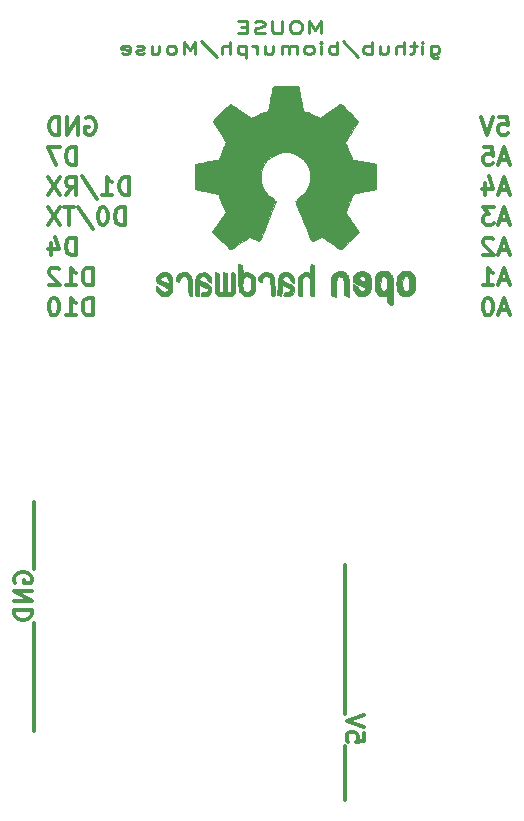
<source format=gbr>
G04 #@! TF.FileFunction,Legend,Bot*
%FSLAX46Y46*%
G04 Gerber Fmt 4.6, Leading zero omitted, Abs format (unit mm)*
G04 Created by KiCad (PCBNEW 4.0.6) date Sunday, August 26, 2018 'PMt' 12:51:50 PM*
%MOMM*%
%LPD*%
G01*
G04 APERTURE LIST*
%ADD10C,0.100000*%
%ADD11C,0.300000*%
%ADD12C,0.250000*%
%ADD13C,0.010000*%
G04 APERTURE END LIST*
D10*
D11*
X138678571Y-139028570D02*
X138678571Y-137885713D01*
X138678571Y-137885713D02*
X138678571Y-136742856D01*
X138678571Y-136742856D02*
X138678571Y-135599999D01*
X138678571Y-135599999D02*
X138678571Y-134457142D01*
X140321429Y-133385713D02*
X140321429Y-134099999D01*
X139607143Y-134171428D01*
X139678571Y-134099999D01*
X139750000Y-133957142D01*
X139750000Y-133599999D01*
X139678571Y-133457142D01*
X139607143Y-133385713D01*
X139464286Y-133314285D01*
X139107143Y-133314285D01*
X138964286Y-133385713D01*
X138892857Y-133457142D01*
X138821429Y-133599999D01*
X138821429Y-133957142D01*
X138892857Y-134099999D01*
X138964286Y-134171428D01*
X140321429Y-132885714D02*
X138821429Y-132385714D01*
X140321429Y-131885714D01*
X138678571Y-131742857D02*
X138678571Y-130600000D01*
X138678571Y-130600000D02*
X138678571Y-129457143D01*
X138678571Y-129457143D02*
X138678571Y-128314286D01*
X138678571Y-128314286D02*
X138678571Y-127171429D01*
X138678571Y-127171429D02*
X138678571Y-126028572D01*
X138678571Y-126028572D02*
X138678571Y-124885715D01*
X138678571Y-124885715D02*
X138678571Y-123742858D01*
X138678571Y-123742858D02*
X138678571Y-122600001D01*
X138678571Y-122600001D02*
X138678571Y-121457144D01*
X138678571Y-121457144D02*
X138678571Y-120314287D01*
X138678571Y-120314287D02*
X138678571Y-119171430D01*
X112321429Y-113785715D02*
X112321429Y-114928572D01*
X112321429Y-114928572D02*
X112321429Y-116071429D01*
X112321429Y-116071429D02*
X112321429Y-117214286D01*
X112321429Y-117214286D02*
X112321429Y-118357143D01*
X112321429Y-118357143D02*
X112321429Y-119500000D01*
X110750000Y-120642857D02*
X110678571Y-120500000D01*
X110678571Y-120285714D01*
X110750000Y-120071429D01*
X110892857Y-119928571D01*
X111035714Y-119857143D01*
X111321429Y-119785714D01*
X111535714Y-119785714D01*
X111821429Y-119857143D01*
X111964286Y-119928571D01*
X112107143Y-120071429D01*
X112178571Y-120285714D01*
X112178571Y-120428571D01*
X112107143Y-120642857D01*
X112035714Y-120714286D01*
X111535714Y-120714286D01*
X111535714Y-120428571D01*
X112178571Y-121357143D02*
X110678571Y-121357143D01*
X112178571Y-122214286D01*
X110678571Y-122214286D01*
X112178571Y-122928572D02*
X110678571Y-122928572D01*
X110678571Y-123285715D01*
X110750000Y-123500000D01*
X110892857Y-123642858D01*
X111035714Y-123714286D01*
X111321429Y-123785715D01*
X111535714Y-123785715D01*
X111821429Y-123714286D01*
X111964286Y-123642858D01*
X112107143Y-123500000D01*
X112178571Y-123285715D01*
X112178571Y-122928572D01*
X112321429Y-124071429D02*
X112321429Y-125214286D01*
X112321429Y-125214286D02*
X112321429Y-126357143D01*
X112321429Y-126357143D02*
X112321429Y-127500000D01*
X112321429Y-127500000D02*
X112321429Y-128642857D01*
X112321429Y-128642857D02*
X112321429Y-129785714D01*
X112321429Y-129785714D02*
X112321429Y-130928571D01*
X112321429Y-130928571D02*
X112321429Y-132071428D01*
X112321429Y-132071428D02*
X112321429Y-133214285D01*
D12*
X136664286Y-74127381D02*
X136664286Y-73127381D01*
X136164286Y-73841667D01*
X135664286Y-73127381D01*
X135664286Y-74127381D01*
X134664286Y-73127381D02*
X134378572Y-73127381D01*
X134235714Y-73175000D01*
X134092857Y-73270238D01*
X134021429Y-73460714D01*
X134021429Y-73794048D01*
X134092857Y-73984524D01*
X134235714Y-74079762D01*
X134378572Y-74127381D01*
X134664286Y-74127381D01*
X134807143Y-74079762D01*
X134950000Y-73984524D01*
X135021429Y-73794048D01*
X135021429Y-73460714D01*
X134950000Y-73270238D01*
X134807143Y-73175000D01*
X134664286Y-73127381D01*
X133378571Y-73127381D02*
X133378571Y-73936905D01*
X133307143Y-74032143D01*
X133235714Y-74079762D01*
X133092857Y-74127381D01*
X132807143Y-74127381D01*
X132664285Y-74079762D01*
X132592857Y-74032143D01*
X132521428Y-73936905D01*
X132521428Y-73127381D01*
X131878571Y-74079762D02*
X131664285Y-74127381D01*
X131307142Y-74127381D01*
X131164285Y-74079762D01*
X131092856Y-74032143D01*
X131021428Y-73936905D01*
X131021428Y-73841667D01*
X131092856Y-73746429D01*
X131164285Y-73698810D01*
X131307142Y-73651190D01*
X131592856Y-73603571D01*
X131735714Y-73555952D01*
X131807142Y-73508333D01*
X131878571Y-73413095D01*
X131878571Y-73317857D01*
X131807142Y-73222619D01*
X131735714Y-73175000D01*
X131592856Y-73127381D01*
X131235714Y-73127381D01*
X131021428Y-73175000D01*
X130378571Y-73603571D02*
X129878571Y-73603571D01*
X129664285Y-74127381D02*
X130378571Y-74127381D01*
X130378571Y-73127381D01*
X129664285Y-73127381D01*
X145950001Y-75210714D02*
X145950001Y-76020238D01*
X146021430Y-76115476D01*
X146092858Y-76163095D01*
X146235715Y-76210714D01*
X146450001Y-76210714D01*
X146592858Y-76163095D01*
X145950001Y-75829762D02*
X146092858Y-75877381D01*
X146378572Y-75877381D01*
X146521430Y-75829762D01*
X146592858Y-75782143D01*
X146664287Y-75686905D01*
X146664287Y-75401190D01*
X146592858Y-75305952D01*
X146521430Y-75258333D01*
X146378572Y-75210714D01*
X146092858Y-75210714D01*
X145950001Y-75258333D01*
X145235715Y-75877381D02*
X145235715Y-75210714D01*
X145235715Y-74877381D02*
X145307144Y-74925000D01*
X145235715Y-74972619D01*
X145164287Y-74925000D01*
X145235715Y-74877381D01*
X145235715Y-74972619D01*
X144735715Y-75210714D02*
X144164286Y-75210714D01*
X144521429Y-74877381D02*
X144521429Y-75734524D01*
X144450001Y-75829762D01*
X144307143Y-75877381D01*
X144164286Y-75877381D01*
X143664286Y-75877381D02*
X143664286Y-74877381D01*
X143021429Y-75877381D02*
X143021429Y-75353571D01*
X143092858Y-75258333D01*
X143235715Y-75210714D01*
X143450000Y-75210714D01*
X143592858Y-75258333D01*
X143664286Y-75305952D01*
X141664286Y-75210714D02*
X141664286Y-75877381D01*
X142307143Y-75210714D02*
X142307143Y-75734524D01*
X142235715Y-75829762D01*
X142092857Y-75877381D01*
X141878572Y-75877381D01*
X141735715Y-75829762D01*
X141664286Y-75782143D01*
X140950000Y-75877381D02*
X140950000Y-74877381D01*
X140950000Y-75258333D02*
X140807143Y-75210714D01*
X140521429Y-75210714D01*
X140378572Y-75258333D01*
X140307143Y-75305952D01*
X140235714Y-75401190D01*
X140235714Y-75686905D01*
X140307143Y-75782143D01*
X140378572Y-75829762D01*
X140521429Y-75877381D01*
X140807143Y-75877381D01*
X140950000Y-75829762D01*
X138521429Y-74829762D02*
X139807143Y-76115476D01*
X138021428Y-75877381D02*
X138021428Y-74877381D01*
X138021428Y-75258333D02*
X137878571Y-75210714D01*
X137592857Y-75210714D01*
X137450000Y-75258333D01*
X137378571Y-75305952D01*
X137307142Y-75401190D01*
X137307142Y-75686905D01*
X137378571Y-75782143D01*
X137450000Y-75829762D01*
X137592857Y-75877381D01*
X137878571Y-75877381D01*
X138021428Y-75829762D01*
X136664285Y-75877381D02*
X136664285Y-75210714D01*
X136664285Y-74877381D02*
X136735714Y-74925000D01*
X136664285Y-74972619D01*
X136592857Y-74925000D01*
X136664285Y-74877381D01*
X136664285Y-74972619D01*
X135735713Y-75877381D02*
X135878571Y-75829762D01*
X135949999Y-75782143D01*
X136021428Y-75686905D01*
X136021428Y-75401190D01*
X135949999Y-75305952D01*
X135878571Y-75258333D01*
X135735713Y-75210714D01*
X135521428Y-75210714D01*
X135378571Y-75258333D01*
X135307142Y-75305952D01*
X135235713Y-75401190D01*
X135235713Y-75686905D01*
X135307142Y-75782143D01*
X135378571Y-75829762D01*
X135521428Y-75877381D01*
X135735713Y-75877381D01*
X134592856Y-75877381D02*
X134592856Y-75210714D01*
X134592856Y-75305952D02*
X134521428Y-75258333D01*
X134378570Y-75210714D01*
X134164285Y-75210714D01*
X134021428Y-75258333D01*
X133949999Y-75353571D01*
X133949999Y-75877381D01*
X133949999Y-75353571D02*
X133878570Y-75258333D01*
X133735713Y-75210714D01*
X133521428Y-75210714D01*
X133378570Y-75258333D01*
X133307142Y-75353571D01*
X133307142Y-75877381D01*
X131949999Y-75210714D02*
X131949999Y-75877381D01*
X132592856Y-75210714D02*
X132592856Y-75734524D01*
X132521428Y-75829762D01*
X132378570Y-75877381D01*
X132164285Y-75877381D01*
X132021428Y-75829762D01*
X131949999Y-75782143D01*
X131235713Y-75877381D02*
X131235713Y-75210714D01*
X131235713Y-75401190D02*
X131164285Y-75305952D01*
X131092856Y-75258333D01*
X130949999Y-75210714D01*
X130807142Y-75210714D01*
X130307142Y-75210714D02*
X130307142Y-76210714D01*
X130307142Y-75258333D02*
X130164285Y-75210714D01*
X129878571Y-75210714D01*
X129735714Y-75258333D01*
X129664285Y-75305952D01*
X129592856Y-75401190D01*
X129592856Y-75686905D01*
X129664285Y-75782143D01*
X129735714Y-75829762D01*
X129878571Y-75877381D01*
X130164285Y-75877381D01*
X130307142Y-75829762D01*
X128949999Y-75877381D02*
X128949999Y-74877381D01*
X128307142Y-75877381D02*
X128307142Y-75353571D01*
X128378571Y-75258333D01*
X128521428Y-75210714D01*
X128735713Y-75210714D01*
X128878571Y-75258333D01*
X128949999Y-75305952D01*
X126521428Y-74829762D02*
X127807142Y-76115476D01*
X126021427Y-75877381D02*
X126021427Y-74877381D01*
X125521427Y-75591667D01*
X125021427Y-74877381D01*
X125021427Y-75877381D01*
X124092855Y-75877381D02*
X124235713Y-75829762D01*
X124307141Y-75782143D01*
X124378570Y-75686905D01*
X124378570Y-75401190D01*
X124307141Y-75305952D01*
X124235713Y-75258333D01*
X124092855Y-75210714D01*
X123878570Y-75210714D01*
X123735713Y-75258333D01*
X123664284Y-75305952D01*
X123592855Y-75401190D01*
X123592855Y-75686905D01*
X123664284Y-75782143D01*
X123735713Y-75829762D01*
X123878570Y-75877381D01*
X124092855Y-75877381D01*
X122307141Y-75210714D02*
X122307141Y-75877381D01*
X122949998Y-75210714D02*
X122949998Y-75734524D01*
X122878570Y-75829762D01*
X122735712Y-75877381D01*
X122521427Y-75877381D01*
X122378570Y-75829762D01*
X122307141Y-75782143D01*
X121664284Y-75829762D02*
X121521427Y-75877381D01*
X121235712Y-75877381D01*
X121092855Y-75829762D01*
X121021427Y-75734524D01*
X121021427Y-75686905D01*
X121092855Y-75591667D01*
X121235712Y-75544048D01*
X121449998Y-75544048D01*
X121592855Y-75496429D01*
X121664284Y-75401190D01*
X121664284Y-75353571D01*
X121592855Y-75258333D01*
X121449998Y-75210714D01*
X121235712Y-75210714D01*
X121092855Y-75258333D01*
X119807141Y-75829762D02*
X119949998Y-75877381D01*
X120235712Y-75877381D01*
X120378569Y-75829762D01*
X120449998Y-75734524D01*
X120449998Y-75353571D01*
X120378569Y-75258333D01*
X120235712Y-75210714D01*
X119949998Y-75210714D01*
X119807141Y-75258333D01*
X119735712Y-75353571D01*
X119735712Y-75448810D01*
X120449998Y-75544048D01*
D11*
X151711713Y-81231571D02*
X152425999Y-81231571D01*
X152497428Y-81945857D01*
X152425999Y-81874429D01*
X152283142Y-81803000D01*
X151925999Y-81803000D01*
X151783142Y-81874429D01*
X151711713Y-81945857D01*
X151640285Y-82088714D01*
X151640285Y-82445857D01*
X151711713Y-82588714D01*
X151783142Y-82660143D01*
X151925999Y-82731571D01*
X152283142Y-82731571D01*
X152425999Y-82660143D01*
X152497428Y-82588714D01*
X151211714Y-81231571D02*
X150711714Y-82731571D01*
X150211714Y-81231571D01*
X152497428Y-84853000D02*
X151783142Y-84853000D01*
X152640285Y-85281571D02*
X152140285Y-83781571D01*
X151640285Y-85281571D01*
X150425999Y-83781571D02*
X151140285Y-83781571D01*
X151211714Y-84495857D01*
X151140285Y-84424429D01*
X150997428Y-84353000D01*
X150640285Y-84353000D01*
X150497428Y-84424429D01*
X150425999Y-84495857D01*
X150354571Y-84638714D01*
X150354571Y-84995857D01*
X150425999Y-85138714D01*
X150497428Y-85210143D01*
X150640285Y-85281571D01*
X150997428Y-85281571D01*
X151140285Y-85210143D01*
X151211714Y-85138714D01*
X152497428Y-87403000D02*
X151783142Y-87403000D01*
X152640285Y-87831571D02*
X152140285Y-86331571D01*
X151640285Y-87831571D01*
X150497428Y-86831571D02*
X150497428Y-87831571D01*
X150854571Y-86260143D02*
X151211714Y-87331571D01*
X150283142Y-87331571D01*
X152497428Y-89953000D02*
X151783142Y-89953000D01*
X152640285Y-90381571D02*
X152140285Y-88881571D01*
X151640285Y-90381571D01*
X151283142Y-88881571D02*
X150354571Y-88881571D01*
X150854571Y-89453000D01*
X150640285Y-89453000D01*
X150497428Y-89524429D01*
X150425999Y-89595857D01*
X150354571Y-89738714D01*
X150354571Y-90095857D01*
X150425999Y-90238714D01*
X150497428Y-90310143D01*
X150640285Y-90381571D01*
X151068857Y-90381571D01*
X151211714Y-90310143D01*
X151283142Y-90238714D01*
X152497428Y-92503000D02*
X151783142Y-92503000D01*
X152640285Y-92931571D02*
X152140285Y-91431571D01*
X151640285Y-92931571D01*
X151211714Y-91574429D02*
X151140285Y-91503000D01*
X150997428Y-91431571D01*
X150640285Y-91431571D01*
X150497428Y-91503000D01*
X150425999Y-91574429D01*
X150354571Y-91717286D01*
X150354571Y-91860143D01*
X150425999Y-92074429D01*
X151283142Y-92931571D01*
X150354571Y-92931571D01*
X152497428Y-95053000D02*
X151783142Y-95053000D01*
X152640285Y-95481571D02*
X152140285Y-93981571D01*
X151640285Y-95481571D01*
X150354571Y-95481571D02*
X151211714Y-95481571D01*
X150783142Y-95481571D02*
X150783142Y-93981571D01*
X150925999Y-94195857D01*
X151068857Y-94338714D01*
X151211714Y-94410143D01*
X152497428Y-97603000D02*
X151783142Y-97603000D01*
X152640285Y-98031571D02*
X152140285Y-96531571D01*
X151640285Y-98031571D01*
X150854571Y-96531571D02*
X150711714Y-96531571D01*
X150568857Y-96603000D01*
X150497428Y-96674429D01*
X150425999Y-96817286D01*
X150354571Y-97103000D01*
X150354571Y-97460143D01*
X150425999Y-97745857D01*
X150497428Y-97888714D01*
X150568857Y-97960143D01*
X150711714Y-98031571D01*
X150854571Y-98031571D01*
X150997428Y-97960143D01*
X151068857Y-97888714D01*
X151140285Y-97745857D01*
X151211714Y-97460143D01*
X151211714Y-97103000D01*
X151140285Y-96817286D01*
X151068857Y-96674429D01*
X150997428Y-96603000D01*
X150854571Y-96531571D01*
X116754572Y-81303000D02*
X116897429Y-81231571D01*
X117111715Y-81231571D01*
X117326000Y-81303000D01*
X117468858Y-81445857D01*
X117540286Y-81588714D01*
X117611715Y-81874429D01*
X117611715Y-82088714D01*
X117540286Y-82374429D01*
X117468858Y-82517286D01*
X117326000Y-82660143D01*
X117111715Y-82731571D01*
X116968858Y-82731571D01*
X116754572Y-82660143D01*
X116683143Y-82588714D01*
X116683143Y-82088714D01*
X116968858Y-82088714D01*
X116040286Y-82731571D02*
X116040286Y-81231571D01*
X115183143Y-82731571D01*
X115183143Y-81231571D01*
X114468857Y-82731571D02*
X114468857Y-81231571D01*
X114111714Y-81231571D01*
X113897429Y-81303000D01*
X113754571Y-81445857D01*
X113683143Y-81588714D01*
X113611714Y-81874429D01*
X113611714Y-82088714D01*
X113683143Y-82374429D01*
X113754571Y-82517286D01*
X113897429Y-82660143D01*
X114111714Y-82731571D01*
X114468857Y-82731571D01*
X115897428Y-85281571D02*
X115897428Y-83781571D01*
X115540285Y-83781571D01*
X115326000Y-83853000D01*
X115183142Y-83995857D01*
X115111714Y-84138714D01*
X115040285Y-84424429D01*
X115040285Y-84638714D01*
X115111714Y-84924429D01*
X115183142Y-85067286D01*
X115326000Y-85210143D01*
X115540285Y-85281571D01*
X115897428Y-85281571D01*
X114540285Y-83781571D02*
X113540285Y-83781571D01*
X114183142Y-85281571D01*
X120397428Y-87831571D02*
X120397428Y-86331571D01*
X120040285Y-86331571D01*
X119826000Y-86403000D01*
X119683142Y-86545857D01*
X119611714Y-86688714D01*
X119540285Y-86974429D01*
X119540285Y-87188714D01*
X119611714Y-87474429D01*
X119683142Y-87617286D01*
X119826000Y-87760143D01*
X120040285Y-87831571D01*
X120397428Y-87831571D01*
X118111714Y-87831571D02*
X118968857Y-87831571D01*
X118540285Y-87831571D02*
X118540285Y-86331571D01*
X118683142Y-86545857D01*
X118826000Y-86688714D01*
X118968857Y-86760143D01*
X116397429Y-86260143D02*
X117683143Y-88188714D01*
X115040285Y-87831571D02*
X115540285Y-87117286D01*
X115897428Y-87831571D02*
X115897428Y-86331571D01*
X115326000Y-86331571D01*
X115183142Y-86403000D01*
X115111714Y-86474429D01*
X115040285Y-86617286D01*
X115040285Y-86831571D01*
X115111714Y-86974429D01*
X115183142Y-87045857D01*
X115326000Y-87117286D01*
X115897428Y-87117286D01*
X114540285Y-86331571D02*
X113540285Y-87831571D01*
X113540285Y-86331571D02*
X114540285Y-87831571D01*
X120040285Y-90381571D02*
X120040285Y-88881571D01*
X119683142Y-88881571D01*
X119468857Y-88953000D01*
X119325999Y-89095857D01*
X119254571Y-89238714D01*
X119183142Y-89524429D01*
X119183142Y-89738714D01*
X119254571Y-90024429D01*
X119325999Y-90167286D01*
X119468857Y-90310143D01*
X119683142Y-90381571D01*
X120040285Y-90381571D01*
X118254571Y-88881571D02*
X118111714Y-88881571D01*
X117968857Y-88953000D01*
X117897428Y-89024429D01*
X117825999Y-89167286D01*
X117754571Y-89453000D01*
X117754571Y-89810143D01*
X117825999Y-90095857D01*
X117897428Y-90238714D01*
X117968857Y-90310143D01*
X118111714Y-90381571D01*
X118254571Y-90381571D01*
X118397428Y-90310143D01*
X118468857Y-90238714D01*
X118540285Y-90095857D01*
X118611714Y-89810143D01*
X118611714Y-89453000D01*
X118540285Y-89167286D01*
X118468857Y-89024429D01*
X118397428Y-88953000D01*
X118254571Y-88881571D01*
X116040286Y-88810143D02*
X117326000Y-90738714D01*
X115754571Y-88881571D02*
X114897428Y-88881571D01*
X115325999Y-90381571D02*
X115325999Y-88881571D01*
X114540285Y-88881571D02*
X113540285Y-90381571D01*
X113540285Y-88881571D02*
X114540285Y-90381571D01*
X115897428Y-92931571D02*
X115897428Y-91431571D01*
X115540285Y-91431571D01*
X115326000Y-91503000D01*
X115183142Y-91645857D01*
X115111714Y-91788714D01*
X115040285Y-92074429D01*
X115040285Y-92288714D01*
X115111714Y-92574429D01*
X115183142Y-92717286D01*
X115326000Y-92860143D01*
X115540285Y-92931571D01*
X115897428Y-92931571D01*
X113754571Y-91931571D02*
X113754571Y-92931571D01*
X114111714Y-91360143D02*
X114468857Y-92431571D01*
X113540285Y-92431571D01*
X117325999Y-95481571D02*
X117325999Y-93981571D01*
X116968856Y-93981571D01*
X116754571Y-94053000D01*
X116611713Y-94195857D01*
X116540285Y-94338714D01*
X116468856Y-94624429D01*
X116468856Y-94838714D01*
X116540285Y-95124429D01*
X116611713Y-95267286D01*
X116754571Y-95410143D01*
X116968856Y-95481571D01*
X117325999Y-95481571D01*
X115040285Y-95481571D02*
X115897428Y-95481571D01*
X115468856Y-95481571D02*
X115468856Y-93981571D01*
X115611713Y-94195857D01*
X115754571Y-94338714D01*
X115897428Y-94410143D01*
X114468857Y-94124429D02*
X114397428Y-94053000D01*
X114254571Y-93981571D01*
X113897428Y-93981571D01*
X113754571Y-94053000D01*
X113683142Y-94124429D01*
X113611714Y-94267286D01*
X113611714Y-94410143D01*
X113683142Y-94624429D01*
X114540285Y-95481571D01*
X113611714Y-95481571D01*
X117325999Y-98031571D02*
X117325999Y-96531571D01*
X116968856Y-96531571D01*
X116754571Y-96603000D01*
X116611713Y-96745857D01*
X116540285Y-96888714D01*
X116468856Y-97174429D01*
X116468856Y-97388714D01*
X116540285Y-97674429D01*
X116611713Y-97817286D01*
X116754571Y-97960143D01*
X116968856Y-98031571D01*
X117325999Y-98031571D01*
X115040285Y-98031571D02*
X115897428Y-98031571D01*
X115468856Y-98031571D02*
X115468856Y-96531571D01*
X115611713Y-96745857D01*
X115754571Y-96888714D01*
X115897428Y-96960143D01*
X114111714Y-96531571D02*
X113968857Y-96531571D01*
X113826000Y-96603000D01*
X113754571Y-96674429D01*
X113683142Y-96817286D01*
X113611714Y-97103000D01*
X113611714Y-97460143D01*
X113683142Y-97745857D01*
X113754571Y-97888714D01*
X113826000Y-97960143D01*
X113968857Y-98031571D01*
X114111714Y-98031571D01*
X114254571Y-97960143D01*
X114326000Y-97888714D01*
X114397428Y-97745857D01*
X114468857Y-97460143D01*
X114468857Y-97103000D01*
X114397428Y-96817286D01*
X114326000Y-96674429D01*
X114254571Y-96603000D01*
X114111714Y-96531571D01*
D13*
G36*
X141696834Y-94286506D02*
X141510916Y-94379204D01*
X141346820Y-94549885D01*
X141301628Y-94613107D01*
X141252396Y-94695834D01*
X141220453Y-94785687D01*
X141202178Y-94905608D01*
X141193952Y-95078537D01*
X141192145Y-95306835D01*
X141200303Y-95619693D01*
X141228659Y-95854598D01*
X141283038Y-96029847D01*
X141369263Y-96163738D01*
X141493159Y-96274569D01*
X141502263Y-96281131D01*
X141624366Y-96348256D01*
X141771400Y-96381467D01*
X141958396Y-96389655D01*
X142262387Y-96389655D01*
X142262515Y-96684762D01*
X142265344Y-96849117D01*
X142282582Y-96945523D01*
X142327630Y-97003343D01*
X142413886Y-97051941D01*
X142434601Y-97061869D01*
X142531538Y-97108398D01*
X142606593Y-97137786D01*
X142662402Y-97140324D01*
X142701603Y-97106302D01*
X142726832Y-97026012D01*
X142740728Y-96889743D01*
X142745927Y-96687787D01*
X142745066Y-96410434D01*
X142740784Y-96047976D01*
X142739447Y-95939560D01*
X142734629Y-95565837D01*
X142730313Y-95321369D01*
X142262643Y-95321369D01*
X142260015Y-95528877D01*
X142248333Y-95664645D01*
X142221903Y-95754192D01*
X142175031Y-95823039D01*
X142143207Y-95856618D01*
X142013108Y-95954869D01*
X141897921Y-95962866D01*
X141779066Y-95881730D01*
X141776053Y-95878736D01*
X141727695Y-95816030D01*
X141698278Y-95730808D01*
X141683440Y-95599564D01*
X141678819Y-95398793D01*
X141678735Y-95354314D01*
X141689902Y-95077639D01*
X141726253Y-94885842D01*
X141792059Y-94768757D01*
X141891593Y-94716215D01*
X141949119Y-94710920D01*
X142085649Y-94735767D01*
X142179298Y-94817581D01*
X142235670Y-94967270D01*
X142260367Y-95195743D01*
X142262643Y-95321369D01*
X142730313Y-95321369D01*
X142729522Y-95276587D01*
X142722922Y-95058970D01*
X142713623Y-94900146D01*
X142700423Y-94787274D01*
X142682115Y-94707513D01*
X142657497Y-94648023D01*
X142625363Y-94595963D01*
X142611585Y-94576373D01*
X142428812Y-94391328D01*
X142197724Y-94286412D01*
X141930410Y-94257163D01*
X141696834Y-94286506D01*
X141696834Y-94286506D01*
G37*
X141696834Y-94286506D02*
X141510916Y-94379204D01*
X141346820Y-94549885D01*
X141301628Y-94613107D01*
X141252396Y-94695834D01*
X141220453Y-94785687D01*
X141202178Y-94905608D01*
X141193952Y-95078537D01*
X141192145Y-95306835D01*
X141200303Y-95619693D01*
X141228659Y-95854598D01*
X141283038Y-96029847D01*
X141369263Y-96163738D01*
X141493159Y-96274569D01*
X141502263Y-96281131D01*
X141624366Y-96348256D01*
X141771400Y-96381467D01*
X141958396Y-96389655D01*
X142262387Y-96389655D01*
X142262515Y-96684762D01*
X142265344Y-96849117D01*
X142282582Y-96945523D01*
X142327630Y-97003343D01*
X142413886Y-97051941D01*
X142434601Y-97061869D01*
X142531538Y-97108398D01*
X142606593Y-97137786D01*
X142662402Y-97140324D01*
X142701603Y-97106302D01*
X142726832Y-97026012D01*
X142740728Y-96889743D01*
X142745927Y-96687787D01*
X142745066Y-96410434D01*
X142740784Y-96047976D01*
X142739447Y-95939560D01*
X142734629Y-95565837D01*
X142730313Y-95321369D01*
X142262643Y-95321369D01*
X142260015Y-95528877D01*
X142248333Y-95664645D01*
X142221903Y-95754192D01*
X142175031Y-95823039D01*
X142143207Y-95856618D01*
X142013108Y-95954869D01*
X141897921Y-95962866D01*
X141779066Y-95881730D01*
X141776053Y-95878736D01*
X141727695Y-95816030D01*
X141698278Y-95730808D01*
X141683440Y-95599564D01*
X141678819Y-95398793D01*
X141678735Y-95354314D01*
X141689902Y-95077639D01*
X141726253Y-94885842D01*
X141792059Y-94768757D01*
X141891593Y-94716215D01*
X141949119Y-94710920D01*
X142085649Y-94735767D01*
X142179298Y-94817581D01*
X142235670Y-94967270D01*
X142260367Y-95195743D01*
X142262643Y-95321369D01*
X142730313Y-95321369D01*
X142729522Y-95276587D01*
X142722922Y-95058970D01*
X142713623Y-94900146D01*
X142700423Y-94787274D01*
X142682115Y-94707513D01*
X142657497Y-94648023D01*
X142625363Y-94595963D01*
X142611585Y-94576373D01*
X142428812Y-94391328D01*
X142197724Y-94286412D01*
X141930410Y-94257163D01*
X141696834Y-94286506D01*
G36*
X137954284Y-94312865D02*
X137798128Y-94403190D01*
X137689559Y-94492845D01*
X137610155Y-94586776D01*
X137555454Y-94701646D01*
X137520990Y-94854114D01*
X137502299Y-95060844D01*
X137494919Y-95338496D01*
X137494061Y-95538086D01*
X137494061Y-96272766D01*
X137700862Y-96365472D01*
X137907662Y-96458179D01*
X137931992Y-95653492D01*
X137942045Y-95352966D01*
X137952591Y-95134835D01*
X137965657Y-94984186D01*
X137983271Y-94886107D01*
X138007461Y-94825688D01*
X138040254Y-94788016D01*
X138050775Y-94779862D01*
X138210187Y-94716178D01*
X138371321Y-94741378D01*
X138467241Y-94808238D01*
X138506259Y-94855616D01*
X138533267Y-94917787D01*
X138550432Y-95012039D01*
X138559918Y-95155657D01*
X138563893Y-95365931D01*
X138564559Y-95585070D01*
X138564690Y-95859999D01*
X138569397Y-96054602D01*
X138585154Y-96185851D01*
X138618433Y-96270718D01*
X138675707Y-96326177D01*
X138763447Y-96369201D01*
X138880638Y-96413907D01*
X139008632Y-96462571D01*
X138993396Y-95598910D01*
X138987261Y-95287565D01*
X138980082Y-95057483D01*
X138969795Y-94892614D01*
X138954330Y-94776909D01*
X138931621Y-94694316D01*
X138899601Y-94628788D01*
X138860997Y-94570974D01*
X138674747Y-94386283D01*
X138447479Y-94279481D01*
X138200291Y-94253898D01*
X137954284Y-94312865D01*
X137954284Y-94312865D01*
G37*
X137954284Y-94312865D02*
X137798128Y-94403190D01*
X137689559Y-94492845D01*
X137610155Y-94586776D01*
X137555454Y-94701646D01*
X137520990Y-94854114D01*
X137502299Y-95060844D01*
X137494919Y-95338496D01*
X137494061Y-95538086D01*
X137494061Y-96272766D01*
X137700862Y-96365472D01*
X137907662Y-96458179D01*
X137931992Y-95653492D01*
X137942045Y-95352966D01*
X137952591Y-95134835D01*
X137965657Y-94984186D01*
X137983271Y-94886107D01*
X138007461Y-94825688D01*
X138040254Y-94788016D01*
X138050775Y-94779862D01*
X138210187Y-94716178D01*
X138371321Y-94741378D01*
X138467241Y-94808238D01*
X138506259Y-94855616D01*
X138533267Y-94917787D01*
X138550432Y-95012039D01*
X138559918Y-95155657D01*
X138563893Y-95365931D01*
X138564559Y-95585070D01*
X138564690Y-95859999D01*
X138569397Y-96054602D01*
X138585154Y-96185851D01*
X138618433Y-96270718D01*
X138675707Y-96326177D01*
X138763447Y-96369201D01*
X138880638Y-96413907D01*
X139008632Y-96462571D01*
X138993396Y-95598910D01*
X138987261Y-95287565D01*
X138980082Y-95057483D01*
X138969795Y-94892614D01*
X138954330Y-94776909D01*
X138931621Y-94694316D01*
X138899601Y-94628788D01*
X138860997Y-94570974D01*
X138674747Y-94386283D01*
X138447479Y-94279481D01*
X138200291Y-94253898D01*
X137954284Y-94312865D01*
G36*
X143569632Y-94293358D02*
X143341564Y-94413280D01*
X143173248Y-94606278D01*
X143113459Y-94730355D01*
X143066934Y-94916653D01*
X143043118Y-95152045D01*
X143040860Y-95408952D01*
X143059008Y-95659799D01*
X143096411Y-95877009D01*
X143151916Y-96033005D01*
X143168975Y-96059871D01*
X143371030Y-96260415D01*
X143611022Y-96380529D01*
X143871434Y-96415680D01*
X144134753Y-96361337D01*
X144208033Y-96328756D01*
X144350739Y-96228353D01*
X144475986Y-96095225D01*
X144487823Y-96078341D01*
X144535935Y-95996969D01*
X144567738Y-95909984D01*
X144586526Y-95795475D01*
X144595592Y-95631530D01*
X144598229Y-95396240D01*
X144598275Y-95343487D01*
X144598154Y-95326699D01*
X144111685Y-95326699D01*
X144108854Y-95548761D01*
X144097712Y-95696123D01*
X144074291Y-95791308D01*
X144034619Y-95856837D01*
X144014367Y-95878736D01*
X143897940Y-95961953D01*
X143784902Y-95958158D01*
X143670609Y-95885973D01*
X143602441Y-95808911D01*
X143562070Y-95696429D01*
X143539398Y-95519055D01*
X143537843Y-95498367D01*
X143533973Y-95176911D01*
X143574417Y-94938167D01*
X143658626Y-94783600D01*
X143786053Y-94714678D01*
X143831540Y-94710920D01*
X143950981Y-94729821D01*
X144032683Y-94795306D01*
X144082637Y-94920544D01*
X144106834Y-95118704D01*
X144111685Y-95326699D01*
X144598154Y-95326699D01*
X144596463Y-95092765D01*
X144588853Y-94917582D01*
X144572186Y-94796191D01*
X144543201Y-94706847D01*
X144498640Y-94627803D01*
X144488793Y-94613107D01*
X144323280Y-94415011D01*
X144142930Y-94300014D01*
X143923365Y-94254365D01*
X143848805Y-94252135D01*
X143569632Y-94293358D01*
X143569632Y-94293358D01*
G37*
X143569632Y-94293358D02*
X143341564Y-94413280D01*
X143173248Y-94606278D01*
X143113459Y-94730355D01*
X143066934Y-94916653D01*
X143043118Y-95152045D01*
X143040860Y-95408952D01*
X143059008Y-95659799D01*
X143096411Y-95877009D01*
X143151916Y-96033005D01*
X143168975Y-96059871D01*
X143371030Y-96260415D01*
X143611022Y-96380529D01*
X143871434Y-96415680D01*
X144134753Y-96361337D01*
X144208033Y-96328756D01*
X144350739Y-96228353D01*
X144475986Y-96095225D01*
X144487823Y-96078341D01*
X144535935Y-95996969D01*
X144567738Y-95909984D01*
X144586526Y-95795475D01*
X144595592Y-95631530D01*
X144598229Y-95396240D01*
X144598275Y-95343487D01*
X144598154Y-95326699D01*
X144111685Y-95326699D01*
X144108854Y-95548761D01*
X144097712Y-95696123D01*
X144074291Y-95791308D01*
X144034619Y-95856837D01*
X144014367Y-95878736D01*
X143897940Y-95961953D01*
X143784902Y-95958158D01*
X143670609Y-95885973D01*
X143602441Y-95808911D01*
X143562070Y-95696429D01*
X143539398Y-95519055D01*
X143537843Y-95498367D01*
X143533973Y-95176911D01*
X143574417Y-94938167D01*
X143658626Y-94783600D01*
X143786053Y-94714678D01*
X143831540Y-94710920D01*
X143950981Y-94729821D01*
X144032683Y-94795306D01*
X144082637Y-94920544D01*
X144106834Y-95118704D01*
X144111685Y-95326699D01*
X144598154Y-95326699D01*
X144596463Y-95092765D01*
X144588853Y-94917582D01*
X144572186Y-94796191D01*
X144543201Y-94706847D01*
X144498640Y-94627803D01*
X144488793Y-94613107D01*
X144323280Y-94415011D01*
X144142930Y-94300014D01*
X143923365Y-94254365D01*
X143848805Y-94252135D01*
X143569632Y-94293358D01*
G36*
X139790747Y-94324461D02*
X139598903Y-94453519D01*
X139450648Y-94639915D01*
X139362084Y-94877109D01*
X139344172Y-95051691D01*
X139346206Y-95124544D01*
X139363240Y-95180324D01*
X139410064Y-95230298D01*
X139501473Y-95285733D01*
X139652258Y-95357896D01*
X139877213Y-95458055D01*
X139878352Y-95458558D01*
X140085415Y-95553396D01*
X140255212Y-95637609D01*
X140370388Y-95702133D01*
X140413590Y-95737900D01*
X140413601Y-95738188D01*
X140375525Y-95816074D01*
X140286484Y-95901924D01*
X140184263Y-95963769D01*
X140132474Y-95976054D01*
X139991184Y-95933564D01*
X139869512Y-95827152D01*
X139810145Y-95710156D01*
X139753033Y-95623905D01*
X139641161Y-95525681D01*
X139509654Y-95440827D01*
X139393632Y-95394681D01*
X139369371Y-95392146D01*
X139342062Y-95433868D01*
X139340416Y-95540519D01*
X139360486Y-95684321D01*
X139398322Y-95837501D01*
X139449977Y-95972283D01*
X139452586Y-95977516D01*
X139608031Y-96194557D01*
X139809493Y-96342185D01*
X140038288Y-96414644D01*
X140275733Y-96406177D01*
X140503146Y-96311027D01*
X140513257Y-96304337D01*
X140692150Y-96142211D01*
X140809780Y-95930682D01*
X140874877Y-95652543D01*
X140883613Y-95574398D01*
X140899086Y-95205549D01*
X140880537Y-95033541D01*
X140413601Y-95033541D01*
X140407534Y-95140838D01*
X140374351Y-95172152D01*
X140291623Y-95148725D01*
X140161221Y-95093348D01*
X140015457Y-95023932D01*
X140011834Y-95022094D01*
X139888283Y-94957108D01*
X139838697Y-94913740D01*
X139850925Y-94868275D01*
X139902412Y-94808536D01*
X140033399Y-94722085D01*
X140174462Y-94715733D01*
X140300995Y-94778649D01*
X140388392Y-94900003D01*
X140413601Y-95033541D01*
X140880537Y-95033541D01*
X140867260Y-94910435D01*
X140785609Y-94676382D01*
X140671939Y-94512413D01*
X140466775Y-94346716D01*
X140240786Y-94264519D01*
X140010075Y-94259281D01*
X139790747Y-94324461D01*
X139790747Y-94324461D01*
G37*
X139790747Y-94324461D02*
X139598903Y-94453519D01*
X139450648Y-94639915D01*
X139362084Y-94877109D01*
X139344172Y-95051691D01*
X139346206Y-95124544D01*
X139363240Y-95180324D01*
X139410064Y-95230298D01*
X139501473Y-95285733D01*
X139652258Y-95357896D01*
X139877213Y-95458055D01*
X139878352Y-95458558D01*
X140085415Y-95553396D01*
X140255212Y-95637609D01*
X140370388Y-95702133D01*
X140413590Y-95737900D01*
X140413601Y-95738188D01*
X140375525Y-95816074D01*
X140286484Y-95901924D01*
X140184263Y-95963769D01*
X140132474Y-95976054D01*
X139991184Y-95933564D01*
X139869512Y-95827152D01*
X139810145Y-95710156D01*
X139753033Y-95623905D01*
X139641161Y-95525681D01*
X139509654Y-95440827D01*
X139393632Y-95394681D01*
X139369371Y-95392146D01*
X139342062Y-95433868D01*
X139340416Y-95540519D01*
X139360486Y-95684321D01*
X139398322Y-95837501D01*
X139449977Y-95972283D01*
X139452586Y-95977516D01*
X139608031Y-96194557D01*
X139809493Y-96342185D01*
X140038288Y-96414644D01*
X140275733Y-96406177D01*
X140503146Y-96311027D01*
X140513257Y-96304337D01*
X140692150Y-96142211D01*
X140809780Y-95930682D01*
X140874877Y-95652543D01*
X140883613Y-95574398D01*
X140899086Y-95205549D01*
X140880537Y-95033541D01*
X140413601Y-95033541D01*
X140407534Y-95140838D01*
X140374351Y-95172152D01*
X140291623Y-95148725D01*
X140161221Y-95093348D01*
X140015457Y-95023932D01*
X140011834Y-95022094D01*
X139888283Y-94957108D01*
X139838697Y-94913740D01*
X139850925Y-94868275D01*
X139902412Y-94808536D01*
X140033399Y-94722085D01*
X140174462Y-94715733D01*
X140300995Y-94778649D01*
X140388392Y-94900003D01*
X140413601Y-95033541D01*
X140880537Y-95033541D01*
X140867260Y-94910435D01*
X140785609Y-94676382D01*
X140671939Y-94512413D01*
X140466775Y-94346716D01*
X140240786Y-94264519D01*
X140010075Y-94259281D01*
X139790747Y-94324461D01*
G36*
X135742337Y-94056429D02*
X135728077Y-94255313D01*
X135711698Y-94372511D01*
X135689002Y-94423632D01*
X135655788Y-94424286D01*
X135645019Y-94418183D01*
X135501767Y-94373997D01*
X135315425Y-94376577D01*
X135125976Y-94421999D01*
X135007483Y-94480759D01*
X134885991Y-94574631D01*
X134797177Y-94680865D01*
X134736208Y-94815850D01*
X134698250Y-94995976D01*
X134678468Y-95237633D01*
X134672030Y-95557211D01*
X134671914Y-95618516D01*
X134671839Y-96307147D01*
X134825077Y-96360566D01*
X134933913Y-96396908D01*
X134993626Y-96413828D01*
X134995383Y-96413985D01*
X135001264Y-96368100D01*
X135006268Y-96241539D01*
X135010016Y-96050941D01*
X135012127Y-95812948D01*
X135012452Y-95668252D01*
X135013129Y-95382955D01*
X135016614Y-95178480D01*
X135025088Y-95038334D01*
X135040734Y-94946023D01*
X135065731Y-94885053D01*
X135102262Y-94838931D01*
X135125071Y-94816720D01*
X135281751Y-94727214D01*
X135452726Y-94720511D01*
X135607850Y-94796208D01*
X135636537Y-94823539D01*
X135678613Y-94874929D01*
X135707799Y-94935886D01*
X135726429Y-95024025D01*
X135736839Y-95156961D01*
X135741363Y-95352309D01*
X135742337Y-95621652D01*
X135742337Y-96307147D01*
X135895575Y-96360566D01*
X136004411Y-96396908D01*
X136064124Y-96413828D01*
X136065881Y-96413985D01*
X136070375Y-96367414D01*
X136074425Y-96236051D01*
X136077870Y-96032422D01*
X136080547Y-95769054D01*
X136082294Y-95458471D01*
X136082949Y-95113201D01*
X136082950Y-95097843D01*
X136082950Y-93781701D01*
X135766666Y-93648289D01*
X135742337Y-94056429D01*
X135742337Y-94056429D01*
G37*
X135742337Y-94056429D02*
X135728077Y-94255313D01*
X135711698Y-94372511D01*
X135689002Y-94423632D01*
X135655788Y-94424286D01*
X135645019Y-94418183D01*
X135501767Y-94373997D01*
X135315425Y-94376577D01*
X135125976Y-94421999D01*
X135007483Y-94480759D01*
X134885991Y-94574631D01*
X134797177Y-94680865D01*
X134736208Y-94815850D01*
X134698250Y-94995976D01*
X134678468Y-95237633D01*
X134672030Y-95557211D01*
X134671914Y-95618516D01*
X134671839Y-96307147D01*
X134825077Y-96360566D01*
X134933913Y-96396908D01*
X134993626Y-96413828D01*
X134995383Y-96413985D01*
X135001264Y-96368100D01*
X135006268Y-96241539D01*
X135010016Y-96050941D01*
X135012127Y-95812948D01*
X135012452Y-95668252D01*
X135013129Y-95382955D01*
X135016614Y-95178480D01*
X135025088Y-95038334D01*
X135040734Y-94946023D01*
X135065731Y-94885053D01*
X135102262Y-94838931D01*
X135125071Y-94816720D01*
X135281751Y-94727214D01*
X135452726Y-94720511D01*
X135607850Y-94796208D01*
X135636537Y-94823539D01*
X135678613Y-94874929D01*
X135707799Y-94935886D01*
X135726429Y-95024025D01*
X135736839Y-95156961D01*
X135741363Y-95352309D01*
X135742337Y-95621652D01*
X135742337Y-96307147D01*
X135895575Y-96360566D01*
X136004411Y-96396908D01*
X136064124Y-96413828D01*
X136065881Y-96413985D01*
X136070375Y-96367414D01*
X136074425Y-96236051D01*
X136077870Y-96032422D01*
X136080547Y-95769054D01*
X136082294Y-95458471D01*
X136082949Y-95113201D01*
X136082950Y-95097843D01*
X136082950Y-93781701D01*
X135766666Y-93648289D01*
X135742337Y-94056429D01*
G36*
X133516759Y-94390601D02*
X133326095Y-94461403D01*
X133323914Y-94462764D01*
X133205994Y-94549550D01*
X133118940Y-94650973D01*
X133057714Y-94783145D01*
X133017277Y-94962182D01*
X132992591Y-95204195D01*
X132978618Y-95525299D01*
X132977393Y-95571048D01*
X132959800Y-96260869D01*
X133107848Y-96337427D01*
X133214970Y-96389163D01*
X133279649Y-96413678D01*
X133282641Y-96413985D01*
X133293834Y-96368751D01*
X133302725Y-96246736D01*
X133308194Y-96068468D01*
X133309387Y-95924116D01*
X133309414Y-95690271D01*
X133320104Y-95543419D01*
X133357367Y-95473376D01*
X133437112Y-95469958D01*
X133575251Y-95522983D01*
X133783812Y-95620454D01*
X133937171Y-95701409D01*
X134016048Y-95771644D01*
X134039236Y-95848194D01*
X134039272Y-95851982D01*
X134001007Y-95983852D01*
X133887717Y-96055091D01*
X133714336Y-96065410D01*
X133589450Y-96063620D01*
X133523601Y-96099589D01*
X133482536Y-96185985D01*
X133458901Y-96296054D01*
X133492961Y-96358508D01*
X133505786Y-96367446D01*
X133626528Y-96403343D01*
X133795612Y-96408426D01*
X133969739Y-96384631D01*
X134093124Y-96341147D01*
X134263713Y-96196309D01*
X134360681Y-95994694D01*
X134379885Y-95837180D01*
X134365230Y-95695104D01*
X134312199Y-95579127D01*
X134207194Y-95476121D01*
X134036614Y-95372954D01*
X133786862Y-95256496D01*
X133771647Y-95249914D01*
X133546671Y-95145981D01*
X133407843Y-95060743D01*
X133348338Y-94984147D01*
X133361328Y-94906139D01*
X133439988Y-94816664D01*
X133463510Y-94796073D01*
X133621067Y-94716236D01*
X133784323Y-94719597D01*
X133926505Y-94797874D01*
X134020840Y-94942781D01*
X134029605Y-94971224D01*
X134114962Y-95109174D01*
X134223271Y-95175620D01*
X134379885Y-95241471D01*
X134379885Y-95071097D01*
X134332244Y-94823454D01*
X134190841Y-94596307D01*
X134117258Y-94520318D01*
X133949991Y-94422790D01*
X133737274Y-94378640D01*
X133516759Y-94390601D01*
X133516759Y-94390601D01*
G37*
X133516759Y-94390601D02*
X133326095Y-94461403D01*
X133323914Y-94462764D01*
X133205994Y-94549550D01*
X133118940Y-94650973D01*
X133057714Y-94783145D01*
X133017277Y-94962182D01*
X132992591Y-95204195D01*
X132978618Y-95525299D01*
X132977393Y-95571048D01*
X132959800Y-96260869D01*
X133107848Y-96337427D01*
X133214970Y-96389163D01*
X133279649Y-96413678D01*
X133282641Y-96413985D01*
X133293834Y-96368751D01*
X133302725Y-96246736D01*
X133308194Y-96068468D01*
X133309387Y-95924116D01*
X133309414Y-95690271D01*
X133320104Y-95543419D01*
X133357367Y-95473376D01*
X133437112Y-95469958D01*
X133575251Y-95522983D01*
X133783812Y-95620454D01*
X133937171Y-95701409D01*
X134016048Y-95771644D01*
X134039236Y-95848194D01*
X134039272Y-95851982D01*
X134001007Y-95983852D01*
X133887717Y-96055091D01*
X133714336Y-96065410D01*
X133589450Y-96063620D01*
X133523601Y-96099589D01*
X133482536Y-96185985D01*
X133458901Y-96296054D01*
X133492961Y-96358508D01*
X133505786Y-96367446D01*
X133626528Y-96403343D01*
X133795612Y-96408426D01*
X133969739Y-96384631D01*
X134093124Y-96341147D01*
X134263713Y-96196309D01*
X134360681Y-95994694D01*
X134379885Y-95837180D01*
X134365230Y-95695104D01*
X134312199Y-95579127D01*
X134207194Y-95476121D01*
X134036614Y-95372954D01*
X133786862Y-95256496D01*
X133771647Y-95249914D01*
X133546671Y-95145981D01*
X133407843Y-95060743D01*
X133348338Y-94984147D01*
X133361328Y-94906139D01*
X133439988Y-94816664D01*
X133463510Y-94796073D01*
X133621067Y-94716236D01*
X133784323Y-94719597D01*
X133926505Y-94797874D01*
X134020840Y-94942781D01*
X134029605Y-94971224D01*
X134114962Y-95109174D01*
X134223271Y-95175620D01*
X134379885Y-95241471D01*
X134379885Y-95071097D01*
X134332244Y-94823454D01*
X134190841Y-94596307D01*
X134117258Y-94520318D01*
X133949991Y-94422790D01*
X133737274Y-94378640D01*
X133516759Y-94390601D01*
G36*
X131873428Y-94386534D02*
X131652391Y-94468099D01*
X131473317Y-94612366D01*
X131403280Y-94713920D01*
X131326929Y-94900268D01*
X131328515Y-95035010D01*
X131408653Y-95125631D01*
X131438304Y-95141040D01*
X131566326Y-95189084D01*
X131631706Y-95176776D01*
X131653852Y-95096098D01*
X131654980Y-95051533D01*
X131695523Y-94887581D01*
X131801198Y-94772891D01*
X131948076Y-94717497D01*
X132112227Y-94731435D01*
X132245663Y-94803827D01*
X132290731Y-94845120D01*
X132322677Y-94895216D01*
X132344256Y-94970942D01*
X132358227Y-95089128D01*
X132367345Y-95266600D01*
X132374369Y-95520186D01*
X132376188Y-95600479D01*
X132382822Y-95875158D01*
X132390364Y-96068481D01*
X132401675Y-96196388D01*
X132419615Y-96274822D01*
X132447045Y-96319725D01*
X132486823Y-96347038D01*
X132512290Y-96359105D01*
X132620444Y-96400367D01*
X132684110Y-96413985D01*
X132705146Y-96368505D01*
X132717987Y-96231006D01*
X132722700Y-95999902D01*
X132719356Y-95673604D01*
X132718314Y-95623276D01*
X132710965Y-95325581D01*
X132702274Y-95108205D01*
X132689908Y-94954153D01*
X132671530Y-94846430D01*
X132644805Y-94768042D01*
X132607398Y-94701994D01*
X132587830Y-94673691D01*
X132475634Y-94548467D01*
X132350150Y-94451063D01*
X132334787Y-94442561D01*
X132109777Y-94375433D01*
X131873428Y-94386534D01*
X131873428Y-94386534D01*
G37*
X131873428Y-94386534D02*
X131652391Y-94468099D01*
X131473317Y-94612366D01*
X131403280Y-94713920D01*
X131326929Y-94900268D01*
X131328515Y-95035010D01*
X131408653Y-95125631D01*
X131438304Y-95141040D01*
X131566326Y-95189084D01*
X131631706Y-95176776D01*
X131653852Y-95096098D01*
X131654980Y-95051533D01*
X131695523Y-94887581D01*
X131801198Y-94772891D01*
X131948076Y-94717497D01*
X132112227Y-94731435D01*
X132245663Y-94803827D01*
X132290731Y-94845120D01*
X132322677Y-94895216D01*
X132344256Y-94970942D01*
X132358227Y-95089128D01*
X132367345Y-95266600D01*
X132374369Y-95520186D01*
X132376188Y-95600479D01*
X132382822Y-95875158D01*
X132390364Y-96068481D01*
X132401675Y-96196388D01*
X132419615Y-96274822D01*
X132447045Y-96319725D01*
X132486823Y-96347038D01*
X132512290Y-96359105D01*
X132620444Y-96400367D01*
X132684110Y-96413985D01*
X132705146Y-96368505D01*
X132717987Y-96231006D01*
X132722700Y-95999902D01*
X132719356Y-95673604D01*
X132718314Y-95623276D01*
X132710965Y-95325581D01*
X132702274Y-95108205D01*
X132689908Y-94954153D01*
X132671530Y-94846430D01*
X132644805Y-94768042D01*
X132607398Y-94701994D01*
X132587830Y-94673691D01*
X132475634Y-94548467D01*
X132350150Y-94451063D01*
X132334787Y-94442561D01*
X132109777Y-94375433D01*
X131873428Y-94386534D01*
G36*
X129660143Y-94774093D02*
X129660761Y-95137769D01*
X129663153Y-95417532D01*
X129668329Y-95626784D01*
X129677296Y-95778926D01*
X129691064Y-95887359D01*
X129710639Y-95965485D01*
X129737032Y-96026707D01*
X129757016Y-96061652D01*
X129922517Y-96251157D01*
X130132352Y-96369942D01*
X130364514Y-96412564D01*
X130596992Y-96373583D01*
X130735428Y-96303532D01*
X130880758Y-96182353D01*
X130979805Y-96034354D01*
X131039565Y-95840534D01*
X131067031Y-95581892D01*
X131070921Y-95392146D01*
X131070397Y-95378510D01*
X130730459Y-95378510D01*
X130728383Y-95596096D01*
X130718870Y-95740134D01*
X130696992Y-95834364D01*
X130657824Y-95902523D01*
X130611024Y-95953936D01*
X130453854Y-96053175D01*
X130285100Y-96061653D01*
X130125607Y-95978799D01*
X130113193Y-95967572D01*
X130060209Y-95909171D01*
X130026986Y-95839686D01*
X130009000Y-95736270D01*
X130001725Y-95576073D01*
X130000574Y-95398965D01*
X130003068Y-95176467D01*
X130013392Y-95028037D01*
X130035809Y-94930489D01*
X130074582Y-94860637D01*
X130106374Y-94823539D01*
X130254061Y-94729975D01*
X130424154Y-94718725D01*
X130586508Y-94790190D01*
X130617840Y-94816720D01*
X130671178Y-94875636D01*
X130704469Y-94945837D01*
X130722344Y-95050418D01*
X130729434Y-95212479D01*
X130730459Y-95378510D01*
X131070397Y-95378510D01*
X131059160Y-95086579D01*
X131019213Y-94856993D01*
X130944087Y-94684387D01*
X130826786Y-94549760D01*
X130735428Y-94480759D01*
X130569373Y-94406214D01*
X130376908Y-94371613D01*
X130198001Y-94380875D01*
X130097892Y-94418238D01*
X130058607Y-94428872D01*
X130032539Y-94389225D01*
X130014342Y-94282981D01*
X130000574Y-94121145D01*
X129985501Y-93940902D01*
X129964564Y-93832458D01*
X129926468Y-93770446D01*
X129859915Y-93729499D01*
X129818103Y-93711366D01*
X129659961Y-93645120D01*
X129660143Y-94774093D01*
X129660143Y-94774093D01*
G37*
X129660143Y-94774093D02*
X129660761Y-95137769D01*
X129663153Y-95417532D01*
X129668329Y-95626784D01*
X129677296Y-95778926D01*
X129691064Y-95887359D01*
X129710639Y-95965485D01*
X129737032Y-96026707D01*
X129757016Y-96061652D01*
X129922517Y-96251157D01*
X130132352Y-96369942D01*
X130364514Y-96412564D01*
X130596992Y-96373583D01*
X130735428Y-96303532D01*
X130880758Y-96182353D01*
X130979805Y-96034354D01*
X131039565Y-95840534D01*
X131067031Y-95581892D01*
X131070921Y-95392146D01*
X131070397Y-95378510D01*
X130730459Y-95378510D01*
X130728383Y-95596096D01*
X130718870Y-95740134D01*
X130696992Y-95834364D01*
X130657824Y-95902523D01*
X130611024Y-95953936D01*
X130453854Y-96053175D01*
X130285100Y-96061653D01*
X130125607Y-95978799D01*
X130113193Y-95967572D01*
X130060209Y-95909171D01*
X130026986Y-95839686D01*
X130009000Y-95736270D01*
X130001725Y-95576073D01*
X130000574Y-95398965D01*
X130003068Y-95176467D01*
X130013392Y-95028037D01*
X130035809Y-94930489D01*
X130074582Y-94860637D01*
X130106374Y-94823539D01*
X130254061Y-94729975D01*
X130424154Y-94718725D01*
X130586508Y-94790190D01*
X130617840Y-94816720D01*
X130671178Y-94875636D01*
X130704469Y-94945837D01*
X130722344Y-95050418D01*
X130729434Y-95212479D01*
X130730459Y-95378510D01*
X131070397Y-95378510D01*
X131059160Y-95086579D01*
X131019213Y-94856993D01*
X130944087Y-94684387D01*
X130826786Y-94549760D01*
X130735428Y-94480759D01*
X130569373Y-94406214D01*
X130376908Y-94371613D01*
X130198001Y-94380875D01*
X130097892Y-94418238D01*
X130058607Y-94428872D01*
X130032539Y-94389225D01*
X130014342Y-94282981D01*
X130000574Y-94121145D01*
X129985501Y-93940902D01*
X129964564Y-93832458D01*
X129926468Y-93770446D01*
X129859915Y-93729499D01*
X129818103Y-93711366D01*
X129659961Y-93645120D01*
X129660143Y-94774093D01*
G36*
X127683127Y-94416400D02*
X127675701Y-94544422D01*
X127669882Y-94738985D01*
X127666141Y-94984702D01*
X127664942Y-95242426D01*
X127664942Y-96114545D01*
X127818925Y-96268528D01*
X127925037Y-96363412D01*
X128018184Y-96401845D01*
X128145496Y-96399413D01*
X128196032Y-96393223D01*
X128353983Y-96375210D01*
X128484629Y-96364888D01*
X128516475Y-96363935D01*
X128623834Y-96370171D01*
X128777381Y-96385824D01*
X128836917Y-96393223D01*
X128983143Y-96404668D01*
X129081411Y-96379808D01*
X129178850Y-96303058D01*
X129214024Y-96268528D01*
X129368007Y-96114545D01*
X129368007Y-94483246D01*
X129244070Y-94426776D01*
X129137350Y-94384950D01*
X129074913Y-94370307D01*
X129058904Y-94416583D01*
X129043942Y-94545884D01*
X129031022Y-94743914D01*
X129021143Y-94996380D01*
X129016378Y-95209675D01*
X129003065Y-96049042D01*
X128886920Y-96065464D01*
X128781284Y-96053982D01*
X128729523Y-96016805D01*
X128715055Y-95947298D01*
X128702702Y-95799240D01*
X128693448Y-95591391D01*
X128688272Y-95342512D01*
X128687526Y-95214435D01*
X128686781Y-94477145D01*
X128533543Y-94423726D01*
X128425084Y-94387406D01*
X128366087Y-94370468D01*
X128364386Y-94370307D01*
X128358467Y-94416349D01*
X128351961Y-94544018D01*
X128345414Y-94737632D01*
X128339373Y-94981507D01*
X128335152Y-95209675D01*
X128321839Y-96049042D01*
X128029885Y-96049042D01*
X128016487Y-95283275D01*
X128003090Y-94517508D01*
X127860762Y-94443908D01*
X127755678Y-94393366D01*
X127693483Y-94370431D01*
X127691688Y-94370307D01*
X127683127Y-94416400D01*
X127683127Y-94416400D01*
G37*
X127683127Y-94416400D02*
X127675701Y-94544422D01*
X127669882Y-94738985D01*
X127666141Y-94984702D01*
X127664942Y-95242426D01*
X127664942Y-96114545D01*
X127818925Y-96268528D01*
X127925037Y-96363412D01*
X128018184Y-96401845D01*
X128145496Y-96399413D01*
X128196032Y-96393223D01*
X128353983Y-96375210D01*
X128484629Y-96364888D01*
X128516475Y-96363935D01*
X128623834Y-96370171D01*
X128777381Y-96385824D01*
X128836917Y-96393223D01*
X128983143Y-96404668D01*
X129081411Y-96379808D01*
X129178850Y-96303058D01*
X129214024Y-96268528D01*
X129368007Y-96114545D01*
X129368007Y-94483246D01*
X129244070Y-94426776D01*
X129137350Y-94384950D01*
X129074913Y-94370307D01*
X129058904Y-94416583D01*
X129043942Y-94545884D01*
X129031022Y-94743914D01*
X129021143Y-94996380D01*
X129016378Y-95209675D01*
X129003065Y-96049042D01*
X128886920Y-96065464D01*
X128781284Y-96053982D01*
X128729523Y-96016805D01*
X128715055Y-95947298D01*
X128702702Y-95799240D01*
X128693448Y-95591391D01*
X128688272Y-95342512D01*
X128687526Y-95214435D01*
X128686781Y-94477145D01*
X128533543Y-94423726D01*
X128425084Y-94387406D01*
X128366087Y-94370468D01*
X128364386Y-94370307D01*
X128358467Y-94416349D01*
X128351961Y-94544018D01*
X128345414Y-94737632D01*
X128339373Y-94981507D01*
X128335152Y-95209675D01*
X128321839Y-96049042D01*
X128029885Y-96049042D01*
X128016487Y-95283275D01*
X128003090Y-94517508D01*
X127860762Y-94443908D01*
X127755678Y-94393366D01*
X127693483Y-94370431D01*
X127691688Y-94370307D01*
X127683127Y-94416400D01*
G36*
X126459322Y-94408594D02*
X126319218Y-94472323D01*
X126209250Y-94549543D01*
X126128676Y-94635887D01*
X126073046Y-94747272D01*
X126037911Y-94899616D01*
X126018821Y-95108835D01*
X126011328Y-95390846D01*
X126010536Y-95576555D01*
X126010536Y-96301046D01*
X126134473Y-96357515D01*
X126232090Y-96398787D01*
X126280450Y-96413985D01*
X126289702Y-96368762D01*
X126297042Y-96246824D01*
X126301536Y-96068772D01*
X126302490Y-95927395D01*
X126306590Y-95723146D01*
X126317646Y-95561113D01*
X126333789Y-95461891D01*
X126346613Y-95440805D01*
X126432814Y-95462338D01*
X126568138Y-95517566D01*
X126724830Y-95592436D01*
X126875137Y-95672892D01*
X126991307Y-95744880D01*
X127045587Y-95794346D01*
X127045802Y-95794881D01*
X127041133Y-95886428D01*
X126999268Y-95973820D01*
X126925765Y-96044802D01*
X126818484Y-96068543D01*
X126726798Y-96065777D01*
X126596942Y-96063741D01*
X126528779Y-96094164D01*
X126487841Y-96174543D01*
X126482679Y-96189700D01*
X126464933Y-96304331D01*
X126512391Y-96373934D01*
X126636093Y-96407105D01*
X126769719Y-96413240D01*
X127010183Y-96367763D01*
X127134662Y-96302817D01*
X127288395Y-96150246D01*
X127369927Y-95962971D01*
X127377244Y-95765085D01*
X127308331Y-95580685D01*
X127204672Y-95465134D01*
X127101177Y-95400442D01*
X126938508Y-95318542D01*
X126748946Y-95235486D01*
X126717350Y-95222795D01*
X126509131Y-95130908D01*
X126389102Y-95049923D01*
X126350499Y-94969413D01*
X126386560Y-94878950D01*
X126448467Y-94808238D01*
X126594787Y-94721170D01*
X126755783Y-94714640D01*
X126903427Y-94781735D01*
X127009690Y-94915544D01*
X127023638Y-94950067D01*
X127104840Y-95077042D01*
X127223392Y-95171309D01*
X127372988Y-95248668D01*
X127372988Y-95029307D01*
X127364183Y-94895280D01*
X127326430Y-94789644D01*
X127242721Y-94676939D01*
X127162364Y-94590127D01*
X127037409Y-94467204D01*
X126940323Y-94401171D01*
X126836046Y-94374684D01*
X126718011Y-94370307D01*
X126459322Y-94408594D01*
X126459322Y-94408594D01*
G37*
X126459322Y-94408594D02*
X126319218Y-94472323D01*
X126209250Y-94549543D01*
X126128676Y-94635887D01*
X126073046Y-94747272D01*
X126037911Y-94899616D01*
X126018821Y-95108835D01*
X126011328Y-95390846D01*
X126010536Y-95576555D01*
X126010536Y-96301046D01*
X126134473Y-96357515D01*
X126232090Y-96398787D01*
X126280450Y-96413985D01*
X126289702Y-96368762D01*
X126297042Y-96246824D01*
X126301536Y-96068772D01*
X126302490Y-95927395D01*
X126306590Y-95723146D01*
X126317646Y-95561113D01*
X126333789Y-95461891D01*
X126346613Y-95440805D01*
X126432814Y-95462338D01*
X126568138Y-95517566D01*
X126724830Y-95592436D01*
X126875137Y-95672892D01*
X126991307Y-95744880D01*
X127045587Y-95794346D01*
X127045802Y-95794881D01*
X127041133Y-95886428D01*
X126999268Y-95973820D01*
X126925765Y-96044802D01*
X126818484Y-96068543D01*
X126726798Y-96065777D01*
X126596942Y-96063741D01*
X126528779Y-96094164D01*
X126487841Y-96174543D01*
X126482679Y-96189700D01*
X126464933Y-96304331D01*
X126512391Y-96373934D01*
X126636093Y-96407105D01*
X126769719Y-96413240D01*
X127010183Y-96367763D01*
X127134662Y-96302817D01*
X127288395Y-96150246D01*
X127369927Y-95962971D01*
X127377244Y-95765085D01*
X127308331Y-95580685D01*
X127204672Y-95465134D01*
X127101177Y-95400442D01*
X126938508Y-95318542D01*
X126748946Y-95235486D01*
X126717350Y-95222795D01*
X126509131Y-95130908D01*
X126389102Y-95049923D01*
X126350499Y-94969413D01*
X126386560Y-94878950D01*
X126448467Y-94808238D01*
X126594787Y-94721170D01*
X126755783Y-94714640D01*
X126903427Y-94781735D01*
X127009690Y-94915544D01*
X127023638Y-94950067D01*
X127104840Y-95077042D01*
X127223392Y-95171309D01*
X127372988Y-95248668D01*
X127372988Y-95029307D01*
X127364183Y-94895280D01*
X127326430Y-94789644D01*
X127242721Y-94676939D01*
X127162364Y-94590127D01*
X127037409Y-94467204D01*
X126940323Y-94401171D01*
X126836046Y-94374684D01*
X126718011Y-94370307D01*
X126459322Y-94408594D01*
G36*
X124757184Y-94416697D02*
X124699024Y-94442116D01*
X124560205Y-94552059D01*
X124441495Y-94711030D01*
X124368079Y-94880677D01*
X124356130Y-94964313D01*
X124396191Y-95081078D01*
X124484065Y-95142862D01*
X124578282Y-95180273D01*
X124621423Y-95187167D01*
X124642429Y-95137138D01*
X124683910Y-95028269D01*
X124702108Y-94979076D01*
X124804152Y-94808913D01*
X124951897Y-94724038D01*
X125141345Y-94726648D01*
X125155377Y-94729991D01*
X125256519Y-94777945D01*
X125330876Y-94871432D01*
X125381662Y-95021939D01*
X125412092Y-95240951D01*
X125425382Y-95539956D01*
X125426628Y-95699056D01*
X125427246Y-95949855D01*
X125431295Y-96120825D01*
X125442067Y-96229454D01*
X125462853Y-96293230D01*
X125496945Y-96329643D01*
X125547635Y-96356179D01*
X125550565Y-96357515D01*
X125648182Y-96398787D01*
X125696542Y-96413985D01*
X125703973Y-96368037D01*
X125710334Y-96241034D01*
X125715168Y-96049235D01*
X125718015Y-95808902D01*
X125718582Y-95633024D01*
X125715687Y-95292688D01*
X125704363Y-95034495D01*
X125680654Y-94843374D01*
X125640603Y-94704253D01*
X125580253Y-94602060D01*
X125495647Y-94521724D01*
X125412101Y-94465655D01*
X125211209Y-94391032D01*
X124977404Y-94374202D01*
X124757184Y-94416697D01*
X124757184Y-94416697D01*
G37*
X124757184Y-94416697D02*
X124699024Y-94442116D01*
X124560205Y-94552059D01*
X124441495Y-94711030D01*
X124368079Y-94880677D01*
X124356130Y-94964313D01*
X124396191Y-95081078D01*
X124484065Y-95142862D01*
X124578282Y-95180273D01*
X124621423Y-95187167D01*
X124642429Y-95137138D01*
X124683910Y-95028269D01*
X124702108Y-94979076D01*
X124804152Y-94808913D01*
X124951897Y-94724038D01*
X125141345Y-94726648D01*
X125155377Y-94729991D01*
X125256519Y-94777945D01*
X125330876Y-94871432D01*
X125381662Y-95021939D01*
X125412092Y-95240951D01*
X125425382Y-95539956D01*
X125426628Y-95699056D01*
X125427246Y-95949855D01*
X125431295Y-96120825D01*
X125442067Y-96229454D01*
X125462853Y-96293230D01*
X125496945Y-96329643D01*
X125547635Y-96356179D01*
X125550565Y-96357515D01*
X125648182Y-96398787D01*
X125696542Y-96413985D01*
X125703973Y-96368037D01*
X125710334Y-96241034D01*
X125715168Y-96049235D01*
X125718015Y-95808902D01*
X125718582Y-95633024D01*
X125715687Y-95292688D01*
X125704363Y-95034495D01*
X125680654Y-94843374D01*
X125640603Y-94704253D01*
X125580253Y-94602060D01*
X125495647Y-94521724D01*
X125412101Y-94465655D01*
X125211209Y-94391032D01*
X124977404Y-94374202D01*
X124757184Y-94416697D01*
G36*
X123077601Y-94444233D02*
X122885083Y-94570057D01*
X122792226Y-94682696D01*
X122718660Y-94887092D01*
X122712817Y-95048830D01*
X122726053Y-95265094D01*
X123224808Y-95483398D01*
X123467315Y-95594930D01*
X123625771Y-95684650D01*
X123708164Y-95762361D01*
X123722482Y-95837867D01*
X123676713Y-95920971D01*
X123626245Y-95976054D01*
X123479395Y-96064389D01*
X123319672Y-96070579D01*
X123172980Y-96001735D01*
X123065219Y-95864972D01*
X123045945Y-95816680D01*
X122953624Y-95665848D01*
X122847412Y-95601567D01*
X122701724Y-95546576D01*
X122701724Y-95755057D01*
X122714604Y-95896926D01*
X122765057Y-96016563D01*
X122870803Y-96153927D01*
X122886520Y-96171777D01*
X123004145Y-96293986D01*
X123105254Y-96359570D01*
X123231750Y-96389742D01*
X123336616Y-96399623D01*
X123524189Y-96402085D01*
X123657716Y-96370892D01*
X123741017Y-96324579D01*
X123871937Y-96222735D01*
X123962561Y-96112591D01*
X124019913Y-95974069D01*
X124051020Y-95787090D01*
X124062906Y-95531577D01*
X124063855Y-95401894D01*
X124060629Y-95246421D01*
X123766834Y-95246421D01*
X123763427Y-95329827D01*
X123754934Y-95343487D01*
X123698890Y-95324931D01*
X123578282Y-95275822D01*
X123417087Y-95206002D01*
X123383378Y-95190995D01*
X123179661Y-95087404D01*
X123067421Y-94996359D01*
X123042753Y-94911081D01*
X123101755Y-94824794D01*
X123150482Y-94786667D01*
X123326306Y-94710417D01*
X123490873Y-94723014D01*
X123628646Y-94816086D01*
X123724087Y-94981256D01*
X123754686Y-95112357D01*
X123766834Y-95246421D01*
X124060629Y-95246421D01*
X124057568Y-95098919D01*
X124034401Y-94874756D01*
X123988510Y-94711526D01*
X123914046Y-94591352D01*
X123805164Y-94496355D01*
X123757695Y-94465655D01*
X123542062Y-94385703D01*
X123305979Y-94380672D01*
X123077601Y-94444233D01*
X123077601Y-94444233D01*
G37*
X123077601Y-94444233D02*
X122885083Y-94570057D01*
X122792226Y-94682696D01*
X122718660Y-94887092D01*
X122712817Y-95048830D01*
X122726053Y-95265094D01*
X123224808Y-95483398D01*
X123467315Y-95594930D01*
X123625771Y-95684650D01*
X123708164Y-95762361D01*
X123722482Y-95837867D01*
X123676713Y-95920971D01*
X123626245Y-95976054D01*
X123479395Y-96064389D01*
X123319672Y-96070579D01*
X123172980Y-96001735D01*
X123065219Y-95864972D01*
X123045945Y-95816680D01*
X122953624Y-95665848D01*
X122847412Y-95601567D01*
X122701724Y-95546576D01*
X122701724Y-95755057D01*
X122714604Y-95896926D01*
X122765057Y-96016563D01*
X122870803Y-96153927D01*
X122886520Y-96171777D01*
X123004145Y-96293986D01*
X123105254Y-96359570D01*
X123231750Y-96389742D01*
X123336616Y-96399623D01*
X123524189Y-96402085D01*
X123657716Y-96370892D01*
X123741017Y-96324579D01*
X123871937Y-96222735D01*
X123962561Y-96112591D01*
X124019913Y-95974069D01*
X124051020Y-95787090D01*
X124062906Y-95531577D01*
X124063855Y-95401894D01*
X124060629Y-95246421D01*
X123766834Y-95246421D01*
X123763427Y-95329827D01*
X123754934Y-95343487D01*
X123698890Y-95324931D01*
X123578282Y-95275822D01*
X123417087Y-95206002D01*
X123383378Y-95190995D01*
X123179661Y-95087404D01*
X123067421Y-94996359D01*
X123042753Y-94911081D01*
X123101755Y-94824794D01*
X123150482Y-94786667D01*
X123326306Y-94710417D01*
X123490873Y-94723014D01*
X123628646Y-94816086D01*
X123724087Y-94981256D01*
X123754686Y-95112357D01*
X123766834Y-95246421D01*
X124060629Y-95246421D01*
X124057568Y-95098919D01*
X124034401Y-94874756D01*
X123988510Y-94711526D01*
X123914046Y-94591352D01*
X123805164Y-94496355D01*
X123757695Y-94465655D01*
X123542062Y-94385703D01*
X123305979Y-94380672D01*
X123077601Y-94444233D01*
G36*
X133301643Y-78604997D02*
X133038323Y-78606439D01*
X132847754Y-78610342D01*
X132717655Y-78617937D01*
X132635743Y-78630450D01*
X132589734Y-78649111D01*
X132567347Y-78675148D01*
X132556298Y-78709788D01*
X132555224Y-78714272D01*
X132538441Y-78795189D01*
X132507375Y-78954842D01*
X132465258Y-79176238D01*
X132415321Y-79442385D01*
X132360797Y-79736290D01*
X132358893Y-79746612D01*
X132304277Y-80034636D01*
X132253178Y-80289115D01*
X132208894Y-80494785D01*
X132174721Y-80636385D01*
X132153957Y-80698650D01*
X132152967Y-80699753D01*
X132091801Y-80730159D01*
X131965690Y-80780828D01*
X131801869Y-80840822D01*
X131800957Y-80841142D01*
X131594612Y-80918704D01*
X131351340Y-81017507D01*
X131122031Y-81116848D01*
X131111178Y-81121760D01*
X130737683Y-81291276D01*
X129910635Y-80726495D01*
X129656923Y-80554320D01*
X129427098Y-80400395D01*
X129234475Y-80273474D01*
X129092368Y-80182309D01*
X129014093Y-80135655D01*
X129006660Y-80132195D01*
X128949776Y-80147600D01*
X128843531Y-80221927D01*
X128683781Y-80358681D01*
X128466384Y-80561368D01*
X128244452Y-80777008D01*
X128030509Y-80989503D01*
X127839031Y-81183410D01*
X127681545Y-81346754D01*
X127569578Y-81467561D01*
X127514657Y-81533855D01*
X127512614Y-81537268D01*
X127506542Y-81582761D01*
X127529416Y-81657056D01*
X127586885Y-81770186D01*
X127684601Y-81932185D01*
X127828216Y-82153086D01*
X128019667Y-82437460D01*
X128189577Y-82687759D01*
X128341462Y-82912250D01*
X128466545Y-83097900D01*
X128556051Y-83231675D01*
X128601200Y-83300542D01*
X128604042Y-83305218D01*
X128598530Y-83371201D01*
X128556745Y-83499448D01*
X128487003Y-83665720D01*
X128462146Y-83718819D01*
X128353689Y-83955377D01*
X128237980Y-84223789D01*
X128143985Y-84456035D01*
X128076255Y-84628407D01*
X128022457Y-84759403D01*
X127991369Y-84827867D01*
X127987504Y-84833142D01*
X127930329Y-84841880D01*
X127795552Y-84865823D01*
X127601094Y-84901562D01*
X127364875Y-84945689D01*
X127104816Y-84994795D01*
X126838837Y-85045472D01*
X126584857Y-85094313D01*
X126360799Y-85137909D01*
X126184580Y-85172851D01*
X126074123Y-85195732D01*
X126047030Y-85202201D01*
X126019044Y-85218167D01*
X125997919Y-85254227D01*
X125982703Y-85322552D01*
X125972447Y-85435315D01*
X125966200Y-85604686D01*
X125963012Y-85842838D01*
X125961933Y-86161942D01*
X125961877Y-86292741D01*
X125961877Y-87356511D01*
X126217337Y-87406933D01*
X126359463Y-87434273D01*
X126571550Y-87474182D01*
X126827807Y-87521845D01*
X127102442Y-87572446D01*
X127178352Y-87586344D01*
X127431779Y-87635617D01*
X127652553Y-87684070D01*
X127822143Y-87727215D01*
X127922020Y-87760563D01*
X127938657Y-87770502D01*
X127979511Y-87840891D01*
X128038087Y-87977283D01*
X128103045Y-88152805D01*
X128115929Y-88190613D01*
X128201066Y-88425030D01*
X128306744Y-88689524D01*
X128410160Y-88927041D01*
X128410670Y-88928144D01*
X128582888Y-89300733D01*
X128016476Y-90133893D01*
X127450065Y-90967053D01*
X128177298Y-91695500D01*
X128397252Y-91912302D01*
X128597868Y-92103414D01*
X128767878Y-92258636D01*
X128896015Y-92367764D01*
X128971011Y-92420595D01*
X128981769Y-92423947D01*
X129044933Y-92397549D01*
X129173820Y-92324160D01*
X129354351Y-92212484D01*
X129572446Y-92071224D01*
X129808246Y-91913027D01*
X130047564Y-91751664D01*
X130260941Y-91611252D01*
X130434825Y-91500431D01*
X130555666Y-91427838D01*
X130609737Y-91402108D01*
X130675706Y-91423880D01*
X130800802Y-91481251D01*
X130959220Y-91562300D01*
X130976013Y-91571309D01*
X131189348Y-91678300D01*
X131335636Y-91730772D01*
X131426620Y-91731330D01*
X131474041Y-91682580D01*
X131474317Y-91681897D01*
X131498020Y-91624164D01*
X131554551Y-91487115D01*
X131639526Y-91281357D01*
X131748562Y-91017498D01*
X131877276Y-90706144D01*
X132021285Y-90357904D01*
X132160749Y-90020744D01*
X132314020Y-89648666D01*
X132454749Y-89303987D01*
X132578718Y-88997271D01*
X132681709Y-88739085D01*
X132759504Y-88539994D01*
X132807886Y-88410565D01*
X132822796Y-88362261D01*
X132785406Y-88306850D01*
X132687602Y-88218538D01*
X132557185Y-88121174D01*
X132185777Y-87813253D01*
X131895470Y-87460304D01*
X131689744Y-87069761D01*
X131572077Y-86649057D01*
X131545949Y-86205629D01*
X131564940Y-86000958D01*
X131668417Y-85576323D01*
X131846627Y-85201336D01*
X132088518Y-84879696D01*
X132383037Y-84615101D01*
X132719129Y-84411250D01*
X133085742Y-84271842D01*
X133471823Y-84200574D01*
X133866319Y-84201145D01*
X134258175Y-84277254D01*
X134636340Y-84432599D01*
X134989760Y-84670879D01*
X135137273Y-84805639D01*
X135420184Y-85151679D01*
X135617168Y-85529826D01*
X135729536Y-85929055D01*
X135758599Y-86338345D01*
X135705669Y-86746672D01*
X135572057Y-87143013D01*
X135359075Y-87516345D01*
X135068034Y-87855645D01*
X134742814Y-88121174D01*
X134607348Y-88222671D01*
X134511651Y-88310025D01*
X134477203Y-88362343D01*
X134495240Y-88419398D01*
X134546538Y-88555698D01*
X134626876Y-88760678D01*
X134732036Y-89023772D01*
X134857796Y-89334416D01*
X134999937Y-89682043D01*
X135139635Y-90020826D01*
X135293759Y-90393222D01*
X135436518Y-90738307D01*
X135563529Y-91045477D01*
X135670411Y-91304125D01*
X135752780Y-91503647D01*
X135806253Y-91633435D01*
X135826067Y-91681897D01*
X135872876Y-91731129D01*
X135963417Y-91730985D01*
X136109342Y-91678877D01*
X136322302Y-91572216D01*
X136323986Y-91571309D01*
X136484330Y-91488536D01*
X136613948Y-91428242D01*
X136687037Y-91402346D01*
X136690263Y-91402108D01*
X136745284Y-91428374D01*
X136866757Y-91501416D01*
X137041129Y-91612595D01*
X137254850Y-91753273D01*
X137491753Y-91913027D01*
X137732945Y-92074779D01*
X137950326Y-92215450D01*
X138129816Y-92326335D01*
X138257336Y-92398730D01*
X138318230Y-92423947D01*
X138374303Y-92390803D01*
X138487040Y-92298173D01*
X138645177Y-92156257D01*
X138837449Y-91975255D01*
X139052591Y-91765369D01*
X139122952Y-91695249D01*
X139850434Y-90966552D01*
X139296705Y-90153900D01*
X139128423Y-89904342D01*
X138980729Y-89680366D01*
X138861910Y-89494949D01*
X138780250Y-89361065D01*
X138744036Y-89291690D01*
X138742975Y-89286755D01*
X138762067Y-89221364D01*
X138813418Y-89089825D01*
X138888140Y-88914181D01*
X138940588Y-88796591D01*
X139038654Y-88571461D01*
X139131007Y-88344015D01*
X139202606Y-88151839D01*
X139222056Y-88093295D01*
X139277314Y-87936956D01*
X139331331Y-87816158D01*
X139361001Y-87770502D01*
X139426476Y-87742561D01*
X139569376Y-87702951D01*
X139771161Y-87656162D01*
X140013288Y-87606683D01*
X140121647Y-87586344D01*
X140396811Y-87535781D01*
X140660746Y-87486822D01*
X140887659Y-87444281D01*
X141051761Y-87412975D01*
X141082662Y-87406933D01*
X141338122Y-87356511D01*
X141338122Y-86292741D01*
X141337548Y-85942950D01*
X141335193Y-85678300D01*
X141330107Y-85486622D01*
X141321339Y-85355744D01*
X141307938Y-85273493D01*
X141288954Y-85227698D01*
X141263438Y-85206188D01*
X141252969Y-85202201D01*
X141189826Y-85188056D01*
X141050325Y-85159834D01*
X140852389Y-85120943D01*
X140613935Y-85074792D01*
X140352886Y-85024788D01*
X140087161Y-84974341D01*
X139834681Y-84926858D01*
X139613365Y-84885748D01*
X139441134Y-84854419D01*
X139335908Y-84836278D01*
X139312495Y-84833142D01*
X139291284Y-84791173D01*
X139244332Y-84679370D01*
X139180419Y-84518888D01*
X139156014Y-84456035D01*
X139057580Y-84213203D01*
X138941666Y-83944918D01*
X138837853Y-83718819D01*
X138761465Y-83545935D01*
X138710644Y-83403877D01*
X138693679Y-83316878D01*
X138696384Y-83305218D01*
X138732239Y-83250170D01*
X138814108Y-83127739D01*
X138933205Y-82950962D01*
X139080742Y-82732877D01*
X139247931Y-82486520D01*
X139280990Y-82437891D01*
X139474980Y-82149773D01*
X139617579Y-81930377D01*
X139714473Y-81769602D01*
X139771346Y-81657346D01*
X139793884Y-81583510D01*
X139787772Y-81537990D01*
X139787616Y-81537700D01*
X139739511Y-81477910D01*
X139633111Y-81362319D01*
X139479948Y-81202909D01*
X139291555Y-81011665D01*
X139079465Y-80800568D01*
X139055547Y-80777008D01*
X138788262Y-80518172D01*
X138581992Y-80328117D01*
X138432592Y-80203337D01*
X138335920Y-80140327D01*
X138293339Y-80132195D01*
X138231196Y-80167672D01*
X138102237Y-80249623D01*
X137919778Y-80369292D01*
X137697133Y-80517926D01*
X137447616Y-80686772D01*
X137389364Y-80726495D01*
X136562316Y-81291276D01*
X136188821Y-81121760D01*
X135961684Y-81022971D01*
X135717872Y-80923617D01*
X135508275Y-80844401D01*
X135499042Y-80841142D01*
X135335095Y-80781129D01*
X135208715Y-80730382D01*
X135147137Y-80699841D01*
X135147032Y-80699753D01*
X135127493Y-80644548D01*
X135094279Y-80508779D01*
X135050687Y-80307709D01*
X135000016Y-80056599D01*
X134945561Y-79770713D01*
X134941106Y-79746612D01*
X134886482Y-79452059D01*
X134836336Y-79184684D01*
X134793898Y-78961480D01*
X134762402Y-78799439D01*
X134745077Y-78715553D01*
X134744775Y-78714272D01*
X134734232Y-78678588D01*
X134713731Y-78651646D01*
X134670989Y-78632218D01*
X134593724Y-78619075D01*
X134469652Y-78610989D01*
X134286491Y-78606732D01*
X134031958Y-78605075D01*
X133693769Y-78604790D01*
X133650000Y-78604790D01*
X133301643Y-78604997D01*
X133301643Y-78604997D01*
G37*
X133301643Y-78604997D02*
X133038323Y-78606439D01*
X132847754Y-78610342D01*
X132717655Y-78617937D01*
X132635743Y-78630450D01*
X132589734Y-78649111D01*
X132567347Y-78675148D01*
X132556298Y-78709788D01*
X132555224Y-78714272D01*
X132538441Y-78795189D01*
X132507375Y-78954842D01*
X132465258Y-79176238D01*
X132415321Y-79442385D01*
X132360797Y-79736290D01*
X132358893Y-79746612D01*
X132304277Y-80034636D01*
X132253178Y-80289115D01*
X132208894Y-80494785D01*
X132174721Y-80636385D01*
X132153957Y-80698650D01*
X132152967Y-80699753D01*
X132091801Y-80730159D01*
X131965690Y-80780828D01*
X131801869Y-80840822D01*
X131800957Y-80841142D01*
X131594612Y-80918704D01*
X131351340Y-81017507D01*
X131122031Y-81116848D01*
X131111178Y-81121760D01*
X130737683Y-81291276D01*
X129910635Y-80726495D01*
X129656923Y-80554320D01*
X129427098Y-80400395D01*
X129234475Y-80273474D01*
X129092368Y-80182309D01*
X129014093Y-80135655D01*
X129006660Y-80132195D01*
X128949776Y-80147600D01*
X128843531Y-80221927D01*
X128683781Y-80358681D01*
X128466384Y-80561368D01*
X128244452Y-80777008D01*
X128030509Y-80989503D01*
X127839031Y-81183410D01*
X127681545Y-81346754D01*
X127569578Y-81467561D01*
X127514657Y-81533855D01*
X127512614Y-81537268D01*
X127506542Y-81582761D01*
X127529416Y-81657056D01*
X127586885Y-81770186D01*
X127684601Y-81932185D01*
X127828216Y-82153086D01*
X128019667Y-82437460D01*
X128189577Y-82687759D01*
X128341462Y-82912250D01*
X128466545Y-83097900D01*
X128556051Y-83231675D01*
X128601200Y-83300542D01*
X128604042Y-83305218D01*
X128598530Y-83371201D01*
X128556745Y-83499448D01*
X128487003Y-83665720D01*
X128462146Y-83718819D01*
X128353689Y-83955377D01*
X128237980Y-84223789D01*
X128143985Y-84456035D01*
X128076255Y-84628407D01*
X128022457Y-84759403D01*
X127991369Y-84827867D01*
X127987504Y-84833142D01*
X127930329Y-84841880D01*
X127795552Y-84865823D01*
X127601094Y-84901562D01*
X127364875Y-84945689D01*
X127104816Y-84994795D01*
X126838837Y-85045472D01*
X126584857Y-85094313D01*
X126360799Y-85137909D01*
X126184580Y-85172851D01*
X126074123Y-85195732D01*
X126047030Y-85202201D01*
X126019044Y-85218167D01*
X125997919Y-85254227D01*
X125982703Y-85322552D01*
X125972447Y-85435315D01*
X125966200Y-85604686D01*
X125963012Y-85842838D01*
X125961933Y-86161942D01*
X125961877Y-86292741D01*
X125961877Y-87356511D01*
X126217337Y-87406933D01*
X126359463Y-87434273D01*
X126571550Y-87474182D01*
X126827807Y-87521845D01*
X127102442Y-87572446D01*
X127178352Y-87586344D01*
X127431779Y-87635617D01*
X127652553Y-87684070D01*
X127822143Y-87727215D01*
X127922020Y-87760563D01*
X127938657Y-87770502D01*
X127979511Y-87840891D01*
X128038087Y-87977283D01*
X128103045Y-88152805D01*
X128115929Y-88190613D01*
X128201066Y-88425030D01*
X128306744Y-88689524D01*
X128410160Y-88927041D01*
X128410670Y-88928144D01*
X128582888Y-89300733D01*
X128016476Y-90133893D01*
X127450065Y-90967053D01*
X128177298Y-91695500D01*
X128397252Y-91912302D01*
X128597868Y-92103414D01*
X128767878Y-92258636D01*
X128896015Y-92367764D01*
X128971011Y-92420595D01*
X128981769Y-92423947D01*
X129044933Y-92397549D01*
X129173820Y-92324160D01*
X129354351Y-92212484D01*
X129572446Y-92071224D01*
X129808246Y-91913027D01*
X130047564Y-91751664D01*
X130260941Y-91611252D01*
X130434825Y-91500431D01*
X130555666Y-91427838D01*
X130609737Y-91402108D01*
X130675706Y-91423880D01*
X130800802Y-91481251D01*
X130959220Y-91562300D01*
X130976013Y-91571309D01*
X131189348Y-91678300D01*
X131335636Y-91730772D01*
X131426620Y-91731330D01*
X131474041Y-91682580D01*
X131474317Y-91681897D01*
X131498020Y-91624164D01*
X131554551Y-91487115D01*
X131639526Y-91281357D01*
X131748562Y-91017498D01*
X131877276Y-90706144D01*
X132021285Y-90357904D01*
X132160749Y-90020744D01*
X132314020Y-89648666D01*
X132454749Y-89303987D01*
X132578718Y-88997271D01*
X132681709Y-88739085D01*
X132759504Y-88539994D01*
X132807886Y-88410565D01*
X132822796Y-88362261D01*
X132785406Y-88306850D01*
X132687602Y-88218538D01*
X132557185Y-88121174D01*
X132185777Y-87813253D01*
X131895470Y-87460304D01*
X131689744Y-87069761D01*
X131572077Y-86649057D01*
X131545949Y-86205629D01*
X131564940Y-86000958D01*
X131668417Y-85576323D01*
X131846627Y-85201336D01*
X132088518Y-84879696D01*
X132383037Y-84615101D01*
X132719129Y-84411250D01*
X133085742Y-84271842D01*
X133471823Y-84200574D01*
X133866319Y-84201145D01*
X134258175Y-84277254D01*
X134636340Y-84432599D01*
X134989760Y-84670879D01*
X135137273Y-84805639D01*
X135420184Y-85151679D01*
X135617168Y-85529826D01*
X135729536Y-85929055D01*
X135758599Y-86338345D01*
X135705669Y-86746672D01*
X135572057Y-87143013D01*
X135359075Y-87516345D01*
X135068034Y-87855645D01*
X134742814Y-88121174D01*
X134607348Y-88222671D01*
X134511651Y-88310025D01*
X134477203Y-88362343D01*
X134495240Y-88419398D01*
X134546538Y-88555698D01*
X134626876Y-88760678D01*
X134732036Y-89023772D01*
X134857796Y-89334416D01*
X134999937Y-89682043D01*
X135139635Y-90020826D01*
X135293759Y-90393222D01*
X135436518Y-90738307D01*
X135563529Y-91045477D01*
X135670411Y-91304125D01*
X135752780Y-91503647D01*
X135806253Y-91633435D01*
X135826067Y-91681897D01*
X135872876Y-91731129D01*
X135963417Y-91730985D01*
X136109342Y-91678877D01*
X136322302Y-91572216D01*
X136323986Y-91571309D01*
X136484330Y-91488536D01*
X136613948Y-91428242D01*
X136687037Y-91402346D01*
X136690263Y-91402108D01*
X136745284Y-91428374D01*
X136866757Y-91501416D01*
X137041129Y-91612595D01*
X137254850Y-91753273D01*
X137491753Y-91913027D01*
X137732945Y-92074779D01*
X137950326Y-92215450D01*
X138129816Y-92326335D01*
X138257336Y-92398730D01*
X138318230Y-92423947D01*
X138374303Y-92390803D01*
X138487040Y-92298173D01*
X138645177Y-92156257D01*
X138837449Y-91975255D01*
X139052591Y-91765369D01*
X139122952Y-91695249D01*
X139850434Y-90966552D01*
X139296705Y-90153900D01*
X139128423Y-89904342D01*
X138980729Y-89680366D01*
X138861910Y-89494949D01*
X138780250Y-89361065D01*
X138744036Y-89291690D01*
X138742975Y-89286755D01*
X138762067Y-89221364D01*
X138813418Y-89089825D01*
X138888140Y-88914181D01*
X138940588Y-88796591D01*
X139038654Y-88571461D01*
X139131007Y-88344015D01*
X139202606Y-88151839D01*
X139222056Y-88093295D01*
X139277314Y-87936956D01*
X139331331Y-87816158D01*
X139361001Y-87770502D01*
X139426476Y-87742561D01*
X139569376Y-87702951D01*
X139771161Y-87656162D01*
X140013288Y-87606683D01*
X140121647Y-87586344D01*
X140396811Y-87535781D01*
X140660746Y-87486822D01*
X140887659Y-87444281D01*
X141051761Y-87412975D01*
X141082662Y-87406933D01*
X141338122Y-87356511D01*
X141338122Y-86292741D01*
X141337548Y-85942950D01*
X141335193Y-85678300D01*
X141330107Y-85486622D01*
X141321339Y-85355744D01*
X141307938Y-85273493D01*
X141288954Y-85227698D01*
X141263438Y-85206188D01*
X141252969Y-85202201D01*
X141189826Y-85188056D01*
X141050325Y-85159834D01*
X140852389Y-85120943D01*
X140613935Y-85074792D01*
X140352886Y-85024788D01*
X140087161Y-84974341D01*
X139834681Y-84926858D01*
X139613365Y-84885748D01*
X139441134Y-84854419D01*
X139335908Y-84836278D01*
X139312495Y-84833142D01*
X139291284Y-84791173D01*
X139244332Y-84679370D01*
X139180419Y-84518888D01*
X139156014Y-84456035D01*
X139057580Y-84213203D01*
X138941666Y-83944918D01*
X138837853Y-83718819D01*
X138761465Y-83545935D01*
X138710644Y-83403877D01*
X138693679Y-83316878D01*
X138696384Y-83305218D01*
X138732239Y-83250170D01*
X138814108Y-83127739D01*
X138933205Y-82950962D01*
X139080742Y-82732877D01*
X139247931Y-82486520D01*
X139280990Y-82437891D01*
X139474980Y-82149773D01*
X139617579Y-81930377D01*
X139714473Y-81769602D01*
X139771346Y-81657346D01*
X139793884Y-81583510D01*
X139787772Y-81537990D01*
X139787616Y-81537700D01*
X139739511Y-81477910D01*
X139633111Y-81362319D01*
X139479948Y-81202909D01*
X139291555Y-81011665D01*
X139079465Y-80800568D01*
X139055547Y-80777008D01*
X138788262Y-80518172D01*
X138581992Y-80328117D01*
X138432592Y-80203337D01*
X138335920Y-80140327D01*
X138293339Y-80132195D01*
X138231196Y-80167672D01*
X138102237Y-80249623D01*
X137919778Y-80369292D01*
X137697133Y-80517926D01*
X137447616Y-80686772D01*
X137389364Y-80726495D01*
X136562316Y-81291276D01*
X136188821Y-81121760D01*
X135961684Y-81022971D01*
X135717872Y-80923617D01*
X135508275Y-80844401D01*
X135499042Y-80841142D01*
X135335095Y-80781129D01*
X135208715Y-80730382D01*
X135147137Y-80699841D01*
X135147032Y-80699753D01*
X135127493Y-80644548D01*
X135094279Y-80508779D01*
X135050687Y-80307709D01*
X135000016Y-80056599D01*
X134945561Y-79770713D01*
X134941106Y-79746612D01*
X134886482Y-79452059D01*
X134836336Y-79184684D01*
X134793898Y-78961480D01*
X134762402Y-78799439D01*
X134745077Y-78715553D01*
X134744775Y-78714272D01*
X134734232Y-78678588D01*
X134713731Y-78651646D01*
X134670989Y-78632218D01*
X134593724Y-78619075D01*
X134469652Y-78610989D01*
X134286491Y-78606732D01*
X134031958Y-78605075D01*
X133693769Y-78604790D01*
X133650000Y-78604790D01*
X133301643Y-78604997D01*
M02*

</source>
